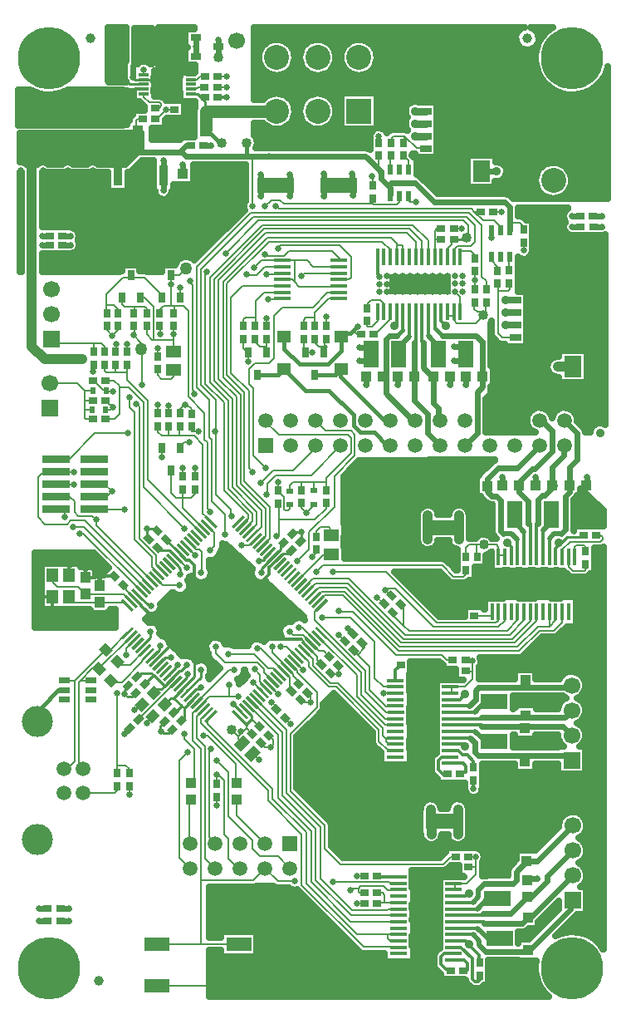
<source format=gbr>
G04 DipTrace 2.4.0.2*
%INTop.gbr*%
%MOIN*%
%ADD10C,0.01*%
%ADD13C,0.008*%
%ADD14C,0.024*%
%ADD15C,0.012*%
%ADD16C,0.016*%
%ADD17C,0.039*%
%ADD18C,0.011*%
%ADD19C,0.08*%
%ADD20C,0.03*%
%ADD21C,0.028*%
%ADD22C,0.05*%
%ADD23C,0.02*%
%ADD24C,0.022*%
%ADD25C,0.007*%
%ADD27C,0.025*%
%ADD28C,0.013*%
%ADD32R,0.0512X0.0591*%
%ADD33R,0.0433X0.0394*%
%ADD34R,0.0394X0.0433*%
%ADD35R,0.0354X0.0276*%
%ADD36R,0.0276X0.0354*%
%ADD37R,0.15X0.06*%
%ADD39R,0.0413X0.0256*%
%ADD40R,0.06X0.05*%
%ADD41R,0.085X0.07*%
%ADD42R,0.07X0.085*%
%ADD43R,0.0551X0.0472*%
%ADD44R,0.0276X0.0236*%
%ADD45R,0.0236X0.0276*%
%ADD46C,0.0394*%
%ADD47R,0.1X0.1*%
%ADD48C,0.1*%
%ADD49C,0.059*%
%ADD50C,0.125*%
%ADD51R,0.0591X0.0591*%
%ADD52C,0.0591*%
%ADD53R,0.0669X0.0669*%
%ADD54C,0.0669*%
%ADD55C,0.25*%
%ADD56R,0.0453X0.0276*%
%ADD57R,0.1791X0.1654*%
%ADD58R,0.0256X0.0413*%
%ADD59R,0.063X0.1063*%
%ADD60R,0.1063X0.063*%
%ADD61R,0.1X0.056*%
%ADD62C,0.04*%
%ADD64R,0.065X0.012*%
%ADD65R,0.08X0.25*%
%ADD66R,0.012X0.065*%
%ADD67R,0.25X0.08*%
%ADD68R,0.04X0.012*%
%ADD69R,0.075X0.068*%
%ADD70R,0.0374X0.0846*%
%ADD71R,0.128X0.0846*%
%ADD72R,0.0709X0.0157*%
%ADD73R,0.0236X0.0433*%
%ADD75R,0.0472X0.0551*%
%ADD76C,0.035*%
%FSLAX44Y44*%
G04*
G70*
G90*
G75*
G01*
%LNTop*%
%LPD*%
X9191Y39506D2*
D13*
X8986D1*
X8930Y39450D1*
Y39090D1*
X8990Y39030D1*
X5850Y38191D2*
D14*
X8209D1*
X10759D1*
X10947Y38003D1*
X13380D1*
X13590D1*
X14253D1*
X18147D1*
X18750Y37400D1*
Y37110D1*
X19120Y36740D1*
Y36470D1*
D15*
X19150D1*
Y36943D1*
D14*
X20117D1*
X20890Y36170D1*
X23740D1*
X23935Y35975D1*
Y35360D1*
Y35030D1*
Y35360D2*
D13*
X24340D1*
X24480Y35220D1*
Y35070D1*
X24490D1*
X8209Y37250D2*
D14*
Y38191D1*
X11130Y38440D2*
X10920D1*
X10759Y38279D1*
Y38191D1*
X13380Y38560D2*
D16*
Y38003D1*
X8990Y39030D2*
D13*
X8530D1*
X8209Y38709D1*
Y38191D1*
X17073Y33830D2*
X17180D1*
X16790Y34220D1*
X15060D1*
X14860Y34020D1*
X14160D1*
X14100Y34080D1*
X13590Y36010D2*
Y38003D1*
X18680Y38030D2*
Y37359D1*
X18750Y37289D1*
D14*
Y37400D1*
X19120Y36470D2*
D13*
Y36420D1*
X5850Y38191D2*
D17*
X4740D1*
Y30390D1*
X5260Y29870D1*
X6760D1*
X14429Y21958D2*
D18*
X13950Y21480D1*
Y21300D1*
X10980Y21509D2*
D13*
X10531Y21958D1*
X9139Y18339D2*
Y18354D1*
D18*
X9503Y18718D1*
Y18940D1*
X15960Y18478D2*
D13*
X15623Y18815D1*
X15240D1*
X15095Y18960D1*
X10970Y17600D2*
D18*
X10732Y17362D1*
X10668D1*
X10392Y17087D1*
X10949Y16530D2*
X11520Y17101D1*
Y17410D1*
X15100Y24030D2*
D13*
Y23870D1*
X15040Y23810D1*
X14930D1*
X14880Y23860D1*
Y24330D1*
X14608Y24602D1*
X14630D1*
X18101Y8465D2*
X17897D1*
X17850Y8511D1*
Y8658D1*
X17927Y8735D1*
X18877D1*
X19027Y8585D1*
X19463D1*
X19474Y8596D1*
X9350Y31198D2*
Y30878D1*
X9570Y30658D1*
X9630D1*
Y30630D1*
X10420D1*
Y30870D1*
Y31206D1*
X21431Y33973D2*
Y34311D1*
X21600Y34480D1*
Y34578D1*
X21692Y34670D1*
X14620Y24602D2*
Y24940D1*
X10392Y17087D2*
D18*
X10053Y16748D1*
X9945Y16640D1*
X9790D1*
X9640Y16490D1*
X10053Y16748D2*
D13*
Y16777D1*
D18*
X9625Y17205D1*
X9280Y16860D1*
X8960Y17150D2*
D13*
X8980D1*
D18*
X9120Y17290D1*
X9540D1*
X9625Y17205D1*
X8460Y14840D2*
D13*
X8700Y15080D1*
X8670D1*
X16680Y17960D2*
X16470Y18170D1*
X16268D1*
X15960Y18478D1*
X14429Y21958D2*
D18*
X14730Y22260D1*
Y22400D1*
X14850Y22520D1*
X9790Y22310D2*
X9840D1*
X9940Y22210D1*
X10279D1*
X10531Y21958D1*
X10230Y28020D2*
D13*
Y27696D1*
X10240D1*
X7184Y29020D2*
X7220D1*
X7610Y28630D1*
X7739D1*
X7741Y28628D1*
X9098Y32330D2*
X9280D1*
X9630Y31980D1*
Y30658D1*
X15920Y16100D2*
X15650D1*
X15530Y16220D1*
X15920Y16100D2*
Y16460D1*
X15840D1*
X15810Y16490D1*
X19349Y16481D2*
X18860D1*
X10800Y25162D2*
X10810D1*
Y25520D1*
X8110Y30164D2*
X8130D1*
Y30473D1*
X8003Y28565D2*
X7804D1*
X7741Y28628D1*
X13608Y14052D2*
X13860Y13800D1*
X14912Y15488D2*
X14892D1*
X15130Y15250D1*
X17850Y8658D2*
X17618D1*
X17530Y8570D1*
X17638Y18872D2*
X17430Y19080D1*
X22200Y34730D2*
Y34660D1*
X21682D1*
X21692Y34670D1*
X7250Y23860D2*
X8450D1*
X8460Y23850D1*
X19188Y20402D2*
Y20362D1*
X18940Y20610D1*
Y20670D1*
X19340D1*
X20870Y19140D1*
X23480D1*
X23720Y19380D1*
Y19739D1*
X23729Y19747D1*
X10440Y30190D2*
X10420D1*
Y30630D1*
X9114Y37250D2*
D14*
Y36440D1*
Y36190D1*
Y34967D1*
X10815Y36628D2*
Y36377D1*
X10628Y36190D1*
X9114D1*
Y36440D2*
D13*
X9190D1*
X12517Y34128D2*
X13820Y35430D1*
X22060D1*
X22260Y35230D1*
Y34772D1*
X22158Y34670D1*
X21692D1*
X7696Y29020D2*
X8048D1*
X8260Y28808D1*
Y28760D1*
X8620D1*
X9220Y28160D1*
Y24740D1*
X10870Y23090D1*
X12130Y18330D2*
Y18070D1*
X12500Y17700D1*
X13790D1*
X14050Y17440D1*
Y17326D1*
X14429Y16947D1*
X8260Y28760D2*
Y27670D1*
X8070Y27480D1*
X7696D1*
X21185Y37420D2*
D14*
Y38151D1*
X21425Y38392D1*
D13*
X21738Y38705D1*
X22050Y39017D1*
X22102Y39069D1*
D14*
X22378D1*
X23440D1*
X24440D1*
X25631D1*
X25690Y39010D1*
X22115Y39063D2*
D13*
X22070Y39017D1*
X22050D1*
X21802Y38750D2*
X21757Y38705D1*
X21738D1*
X21490Y38437D2*
X21445Y38392D1*
X21425D1*
X22428Y39063D2*
D19*
X22378Y39069D1*
X22440Y40440D2*
D13*
Y39700D1*
X22428Y39688D1*
X21440Y40440D2*
X22440D1*
X23440D1*
X24440D1*
X25440D1*
X26440D1*
X27440D1*
X21440D2*
X20440D1*
X19440D1*
Y39440D1*
X20730Y37880D2*
Y37875D1*
X21185Y37420D1*
X21440Y36510D2*
Y37165D1*
X21185Y37420D1*
X21940Y37440D2*
X21205D1*
X21185Y37420D1*
X22440Y36500D2*
X21440D1*
Y36510D1*
X22440Y36500D2*
X23440D1*
X24440D1*
Y36440D1*
X25253D1*
X25315Y36378D1*
X26378D1*
X26440Y36440D1*
X27440D1*
X23440Y38440D2*
Y39069D1*
X24440Y38440D2*
Y39069D1*
X25440Y38440D2*
Y38760D1*
X25690Y39010D1*
X24440Y37440D2*
Y38440D1*
Y37440D2*
X25065D1*
X25315Y37690D1*
X26190D1*
X26440Y37440D1*
X27440D1*
X25440Y38440D2*
X26440D1*
X27440D1*
X25440Y39440D2*
X27440D1*
X22440Y40440D2*
Y41440D1*
Y42440D1*
Y41440D2*
X21440D1*
X20440D1*
X19440D1*
X22440Y42440D2*
X21440D1*
X20440D1*
X19440D1*
X22440Y41440D2*
X23440D1*
X24440D1*
X22440Y42440D2*
X23440D1*
Y39440D2*
Y38440D1*
X24440Y39440D2*
Y38440D1*
X26440Y39440D2*
X25440D1*
X9790Y27184D2*
Y26960D1*
X9950Y26800D1*
X10240D1*
X10670D1*
Y27164D1*
X10690Y27184D1*
X10240D2*
Y26800D1*
X11923Y23350D2*
X11940D1*
X11750Y23540D1*
Y23530D1*
X11590Y23690D1*
Y26460D1*
X11250Y26800D1*
X10670D1*
X8560Y29653D2*
Y29329D1*
Y29050D1*
X9400Y28210D1*
Y25038D1*
X11505Y22933D1*
X8560Y29329D2*
X8110D1*
X7734D1*
X7660Y29403D1*
Y29653D1*
X8110D2*
Y29329D1*
X10800Y24650D2*
X10810Y24640D1*
Y24321D1*
Y23907D1*
X11645Y23072D1*
X10810Y24321D2*
X11141D1*
X11310Y24490D1*
Y24660D1*
X10326Y25404D2*
Y24504D1*
X10520Y24310D1*
X10867D1*
X11141Y24321D1*
X17073Y33318D2*
X15658D1*
X15550Y33210D1*
X11090Y33020D2*
Y32950D1*
X11190Y32850D1*
Y28630D1*
X11280Y28540D1*
Y28480D1*
X8940Y28080D2*
X9050Y27970D1*
Y22680D1*
X9720Y22010D1*
Y21656D1*
X9974Y21402D1*
X13176Y23211D2*
X13430Y23465D1*
Y23640D1*
X12450Y24620D1*
Y28150D1*
X11710Y28890D1*
Y33320D1*
X11780Y33390D1*
X13350Y33270D2*
Y33260D1*
X13760D1*
X14090Y33590D1*
X14806D1*
X14790Y33574D1*
Y32806D2*
X13186D1*
X12740Y32360D1*
Y29310D1*
X13450Y28600D1*
Y25510D1*
X13600Y25360D1*
X12880Y17410D2*
X12664D1*
X11366Y16112D1*
X14289Y16808D2*
X14637Y16460D1*
X14140Y25500D2*
X13630Y26010D1*
Y28720D1*
X13470Y28880D1*
Y29470D1*
X13710Y29710D1*
X14250D1*
X14450Y29910D1*
Y31610D1*
X14800Y31960D1*
X16030D1*
X16610Y32540D1*
X17063D1*
X17073Y32550D1*
X13733Y22654D2*
X13724D1*
X13480Y22410D1*
X13160D1*
X12170Y13200D2*
Y12832D1*
X12180D1*
X13110Y9450D2*
X13020D1*
X12620Y9850D1*
Y10650D1*
X12460Y10810D1*
Y12980D1*
X12240Y13200D1*
X12170D1*
X14630Y24090D2*
Y24070D1*
X14650Y24050D1*
Y23440D1*
X16110D1*
X16555Y23885D1*
Y24096D1*
X14650Y23440D2*
Y22850D1*
X14580Y22780D1*
X13645Y16905D2*
X14020Y16530D1*
X14011D1*
X15100Y24581D2*
Y24800D1*
X15230Y24930D1*
X15555D1*
X16055D1*
X16555D1*
Y24608D1*
X16055D2*
Y24930D1*
X15555Y24619D2*
Y24930D1*
X14130Y27420D2*
X14080D1*
X14660Y26840D1*
X17420D1*
X17550Y26710D1*
Y26100D1*
X16550Y25100D1*
Y24912D1*
X16555Y24930D1*
X24855Y29570D2*
D20*
X25050D1*
Y30190D1*
Y32114D1*
D13*
X25087Y32151D1*
X25440Y32690D2*
Y31745D1*
X25695Y31490D1*
X24440Y32690D2*
X25440D1*
X26440D1*
X27440D1*
X25440D2*
Y33690D1*
X24410D1*
X25440D2*
X26440D1*
X27440D1*
Y31690D2*
X25895D1*
X25695Y31490D1*
X27440Y30690D2*
X26235D1*
X25712Y31213D1*
X25440Y30190D2*
X26315D1*
X26440Y30315D1*
X24440Y30190D2*
X23690D1*
X23440Y30440D1*
X24440Y30190D2*
X23940D1*
X23440Y29690D1*
X24190Y29190D2*
X24475D1*
X24855Y29570D1*
X23627Y28190D2*
X24530D1*
X25590D2*
X26600D1*
X27190D1*
X27440Y27940D1*
Y28815D1*
Y29690D1*
Y30690D1*
X25440Y33690D2*
Y34690D1*
Y35690D1*
X24440D1*
X25440Y34690D2*
X26440D1*
X27440D1*
X25087Y30901D2*
Y31213D1*
X25399Y31526D2*
X25712D1*
X25440Y30190D2*
X25050D1*
X24440D1*
X24130Y27420D2*
Y27790D1*
X24530Y28190D1*
Y28405D1*
X24815Y28690D1*
Y29610D1*
X24855Y29570D1*
X23130Y27420D2*
Y27693D1*
X23627Y28190D1*
X23130Y27420D2*
X24130D1*
X24530Y28190D2*
X25590D1*
X23627D2*
Y29190D1*
Y29503D1*
X23440Y29690D1*
X24190Y29190D2*
X23627D1*
X13793Y29234D2*
D16*
X14642D1*
X14877Y29470D1*
X19130Y26420D2*
X19000D1*
X18490Y26930D1*
X17930D1*
X17660Y27200D1*
Y27640D1*
X16680Y28620D1*
X15728D1*
X14877Y29470D1*
X16100Y29237D2*
X16946D1*
X17180Y29471D1*
X19130Y27420D2*
X18910D1*
X17140Y29190D1*
Y29431D1*
X17180Y29471D1*
X14150Y16669D2*
D13*
Y16690D1*
X13900Y16940D1*
Y17220D1*
X13690Y17430D1*
X13920Y24910D2*
X14430Y25420D1*
X15230D1*
X16230Y26420D1*
X16130D1*
X14985Y17504D2*
X14966D1*
X15230Y17240D1*
Y17190D1*
X15568Y16852D1*
X15448D1*
X14985Y17504D2*
X14390Y18099D1*
Y18340D1*
X15400Y21770D2*
X15410D1*
X15880Y22240D1*
Y22950D1*
X16890Y23960D1*
Y25190D1*
X17710Y26010D1*
Y26840D1*
X17550Y27000D1*
X16540D1*
X16130Y27410D1*
Y27420D1*
X14846Y17365D2*
X14835D1*
X15090Y17110D1*
Y16660D1*
X15168Y16582D1*
X17130Y26420D2*
Y26400D1*
X15950Y25220D1*
X14540D1*
X14200Y24880D1*
Y24460D1*
X14180Y24440D1*
X13800Y18270D2*
X13941D1*
X14846Y17365D1*
X13176Y15695D2*
D18*
X12830Y16040D1*
X10585Y17625D2*
D13*
X10510Y17550D1*
D18*
Y17483D1*
X10253Y17226D1*
X10392Y21819D2*
Y21808D1*
X10710Y21490D1*
Y21250D1*
X9000Y20427D2*
D13*
X9011D1*
D18*
X9404Y20035D1*
D13*
X9479D1*
X9529Y19985D1*
X15555Y24108D2*
Y23905D1*
X15750Y23710D1*
X13860Y21790D2*
Y21825D1*
D18*
X14017D1*
X14289Y22097D1*
X7480Y20782D2*
D13*
Y21120D1*
X16099Y18618D2*
X15607Y19110D1*
X15460D1*
X6900Y21122D2*
X6910D1*
Y21490D1*
X6252Y21628D2*
Y21201D1*
X6249Y21197D1*
X5580Y20331D2*
X5565D1*
Y19878D1*
X24160Y32240D2*
D21*
X23780D1*
Y31240D2*
X24158D1*
X21659Y9108D2*
D13*
X21315D1*
X20914D1*
X20863Y9057D1*
X21771Y9495D2*
X21432D1*
X21315Y9378D1*
Y9108D1*
X19477Y5785D2*
D15*
X20178D1*
X20253Y5710D1*
X21534Y16993D2*
D13*
X21052D1*
X20757D1*
X20738Y17012D1*
X19352Y13670D2*
D15*
X20128D1*
Y13665D1*
X21646Y17380D2*
D13*
X21322D1*
X21052Y17110D1*
Y16993D1*
X18620Y33970D2*
D15*
Y33270D1*
X18695Y33194D1*
X9770Y4735D2*
D13*
X12430D1*
X13060D1*
X18101Y8035D2*
X17785D1*
X17790Y9150D2*
X18096D1*
X18101Y9155D1*
X12231Y42401D2*
D14*
Y42679D1*
X10982Y39890D2*
D13*
Y39870D1*
X11280D1*
X9237Y41094D2*
D18*
X9879D1*
D13*
X9985D1*
X10182Y40896D1*
X10997Y39128D2*
Y39220D1*
D14*
X10330D1*
Y38750D2*
X9939D1*
X9659Y39030D1*
X20567Y39819D2*
D20*
X20141D1*
Y39319D2*
X20565D1*
Y38819D2*
Y38810D1*
X20141D1*
X10330Y38750D2*
D14*
X10420D1*
D13*
X10798Y39128D1*
X10997D1*
X11127Y41290D2*
X10576D1*
X10429Y41143D1*
X10182Y40896D1*
X9237Y41094D2*
D18*
X8911D1*
X8815Y41190D1*
D14*
Y41645D1*
X9200Y42030D1*
Y42264D1*
X9256Y42320D1*
X11127Y41290D2*
D13*
X11128D1*
Y41503D1*
X12202Y41207D2*
X12570D1*
X23187Y35030D2*
Y34733D1*
X20180Y36170D2*
X19930D1*
X19868Y36232D1*
Y36420D1*
X24490Y34230D2*
Y34558D1*
X22520Y33398D2*
Y33060D1*
X21943Y31787D2*
Y32387D1*
X21747Y32582D1*
X22520Y32672D2*
Y33060D1*
X21525Y28830D2*
D14*
Y29190D1*
X19425D2*
Y28830D1*
X18155D2*
Y29190D1*
X24158Y31740D2*
D21*
X23780Y31730D1*
X22610Y21070D2*
D13*
X22580D1*
Y21378D1*
X22620Y21418D1*
X23217Y21933D2*
Y21128D1*
Y21013D1*
X23390Y20840D1*
X23628D1*
X23940D1*
X24253D1*
X24565D1*
X24802D1*
X24840D1*
X26540Y19750D2*
Y20503D1*
Y20650D1*
X26408Y20782D1*
X26360Y20830D1*
X26128D1*
X25815D1*
X25503D1*
X25190D1*
X24850D1*
X24840Y20840D1*
X13248Y30684D2*
Y30312D1*
X13419Y30140D1*
X15650Y30684D2*
Y30219D1*
X15726Y30143D1*
X15750Y23710D2*
X16050Y24010D1*
Y24051D1*
X16055Y24056D1*
X5962Y34820D2*
D14*
X6290D1*
Y34450D2*
X5970D1*
X18280Y23610D2*
D17*
Y23107D1*
D13*
X18773D1*
X18280Y22590D2*
X18260D1*
D17*
Y23107D1*
D13*
X18773D1*
X19330D1*
D17*
Y22640D1*
X18773Y23107D2*
D13*
X19300D1*
D17*
Y23610D1*
D13*
X19310D1*
X18773Y11327D2*
X19320D1*
D17*
Y11850D1*
X18220Y11800D2*
Y11327D1*
D13*
X18773D1*
Y11260D1*
X18210D1*
D17*
Y10850D1*
D13*
X18200D1*
X19300D2*
D17*
Y11230D1*
D13*
X18870D1*
X18773Y11327D1*
X10670Y16808D2*
D18*
X10960Y17098D1*
D13*
Y17210D1*
X11000Y17250D1*
X11088Y16391D2*
D18*
X11347Y16650D1*
X11450D1*
D13*
X11520Y16720D1*
X9835Y17643D2*
D18*
X10112Y17920D1*
X10320D1*
X9557Y17922D2*
D13*
Y17927D1*
D18*
X9850Y18220D1*
Y18340D1*
D13*
X9900Y18390D1*
X8598Y16788D2*
Y16748D1*
D18*
X8470Y16620D1*
Y16440D1*
D13*
X8480Y16430D1*
X8918Y16498D2*
D18*
X8780Y16360D1*
X8550D1*
D13*
X8480Y16430D1*
X9167Y16017D2*
X9067D1*
D18*
X8850Y15800D1*
X9370Y15270D2*
Y15340D1*
X9597Y15567D1*
X10078Y15348D2*
X9890Y15160D1*
Y14980D1*
D13*
X9930Y14940D1*
X10388Y15028D2*
D18*
X10230Y14870D1*
X10000D1*
D13*
X9930Y14940D1*
X9778Y23002D2*
D18*
Y23080D1*
X9380D1*
X7480Y21120D2*
D13*
X7570D1*
X7632Y21182D1*
X8058D1*
X15532Y22572D2*
X15570D1*
D18*
Y22950D1*
X16732Y17288D2*
D13*
Y17240D1*
X17060D1*
X22351Y24790D2*
D14*
Y25130D1*
X27020Y25150D2*
Y24810D1*
D13*
X27009D1*
X23017Y23630D2*
X23230D1*
X22830Y24030D1*
D14*
X22550D1*
X26691Y23630D2*
D13*
X26700D1*
D14*
Y24290D1*
X22580Y23230D2*
X22920D1*
D13*
X23017Y23327D1*
Y23630D1*
X22181Y30085D2*
X22345D1*
X22050Y30380D1*
D14*
X21700D1*
Y29810D2*
X21906D1*
D13*
X22181Y30085D1*
X18379D2*
X18625D1*
X18360Y30350D1*
D14*
X17900D1*
Y29820D2*
X18114D1*
D13*
X18379Y30085D1*
X17060Y17240D2*
Y17580D1*
X17042Y17598D1*
X15212Y22882D2*
X15280Y22950D1*
D18*
X15570D1*
X11150Y27180D2*
D13*
Y26980D1*
X11430D1*
X9952Y26310D2*
X9950D1*
Y25930D1*
X7220Y29653D2*
X7210D1*
Y29370D1*
X8560Y30473D2*
Y30164D1*
X9790Y27696D2*
X9800D1*
Y28030D1*
X7990Y27950D2*
Y28040D1*
X7862D1*
X7702Y28200D1*
X7716Y27860D2*
X7900D1*
X7990Y27950D1*
X14790Y32295D2*
Y32280D1*
X14230D1*
X10690Y32750D2*
Y32330D1*
X10698D1*
X9880Y31196D2*
X9890D1*
Y30888D1*
X17310Y18570D2*
X17070Y18810D1*
X20426Y17610D2*
Y17620D1*
X20082D1*
X20062Y17600D1*
X13940Y14490D2*
Y14470D1*
X14110Y14300D1*
X14310D1*
X14320Y14310D1*
X14250Y14790D2*
X14430Y14610D1*
Y14420D1*
X14320Y14310D1*
X12180Y12320D2*
Y11970D1*
X5885Y7830D2*
D14*
X6230D1*
Y7340D2*
X5887D1*
X24878Y20815D2*
D13*
X24802D1*
Y20840D1*
X25190Y20815D2*
Y20830D1*
X25503Y20815D2*
Y20830D1*
X25815Y20815D2*
Y20830D1*
X26128Y20815D2*
Y20830D1*
X26440Y20815D2*
X26408Y20782D1*
X24565Y20815D2*
Y20840D1*
X24253Y20815D2*
Y20840D1*
X23940Y20815D2*
Y20840D1*
X23628Y20815D2*
Y20840D1*
X23315Y20815D2*
X23340Y20840D1*
X23390D1*
X23315Y21128D2*
X23217D1*
X26440Y20503D2*
X26540D1*
X24555Y17664D2*
D14*
Y17690D1*
X24878D1*
Y16270D2*
X24591D1*
D13*
X24575Y16254D1*
X24545Y14396D2*
D14*
X24878D1*
Y13050D2*
X24561D1*
D13*
X24545Y13066D1*
X23312Y13429D2*
X23229D1*
X22920Y13120D1*
D14*
Y12960D1*
X23670Y12930D2*
Y13430D1*
D13*
X23313D1*
X23312Y13429D1*
Y17231D2*
X22930D1*
D14*
Y17690D1*
X23690Y17700D2*
Y17340D1*
D13*
X23770Y17260D1*
Y17140D1*
X23403D1*
X23312Y17231D1*
X24615Y10399D2*
D14*
X24950D1*
X25040Y9030D2*
X24696D1*
D13*
X24645Y8979D1*
X24680Y5508D2*
D14*
X24290D1*
X24950Y6970D2*
D13*
X24870D1*
D14*
X24680Y6780D1*
D13*
Y6798D1*
X24667Y6811D1*
X23437Y9346D2*
X23820D1*
D14*
Y9800D1*
X23050Y9780D2*
Y9690D1*
D13*
X23093D1*
X23437Y9346D1*
X10191Y40882D2*
Y40888D1*
X10504Y41194D2*
X10453Y41143D1*
X10429D1*
X9879Y41194D2*
Y41094D1*
X9380Y23080D2*
D18*
X9360Y23060D1*
Y22740D1*
X9428Y22672D1*
X11310Y25172D2*
D13*
Y25520D1*
X7250Y24860D2*
X7680D1*
X7960Y24580D1*
X7250Y24360D2*
X7730D1*
X7920Y24550D1*
Y24540D1*
X7960Y24580D1*
X26691Y23630D2*
X26510D1*
D14*
Y22990D1*
X24290Y5508D2*
D17*
X23552D1*
D13*
X23517Y5544D1*
X18880Y20080D2*
X18850D1*
X18580Y20350D1*
Y20280D1*
X18610Y20310D1*
X23270Y35790D2*
X23590D1*
X22004Y19576D2*
X21636D1*
X21620Y19560D1*
X9790Y29982D2*
Y30320D1*
X12240Y41980D2*
D14*
Y42391D1*
D13*
X12231Y42401D1*
X26767Y35625D2*
D14*
X26442D1*
Y35185D2*
X26776D1*
X24970Y24800D2*
Y25150D1*
X22175Y29190D2*
Y28830D1*
X23640Y24800D2*
Y25160D1*
X8650Y12758D2*
D13*
Y12410D1*
X13419Y30140D2*
Y29790D1*
X14178Y31196D2*
X14160D1*
Y31520D1*
X16550Y31580D2*
Y31176D1*
X16570Y31196D1*
X12430Y5920D2*
Y4735D1*
X21690Y35100D2*
X22010D1*
X14528Y36845D2*
Y36840D1*
X14140D1*
X13920Y37060D1*
D14*
Y37270D1*
X15090D2*
Y36930D1*
D13*
X14613D1*
X14528Y36845D1*
X8210Y31198D2*
Y31058D1*
X7980Y30828D1*
X7750Y31206D2*
Y31058D1*
X7980Y30828D1*
X10020Y37250D2*
D14*
Y36630D1*
Y37830D2*
Y37250D1*
X14528Y36845D2*
D13*
X14025D1*
X13930Y36750D1*
D14*
Y36420D1*
X15090Y36410D2*
Y36770D1*
D13*
X14602D1*
X14528Y36845D1*
X11642Y38440D2*
D3*
D14*
X11940D1*
X18430Y36840D2*
D13*
Y37070D1*
X18350Y37150D1*
X18400Y37200D1*
X18680Y38542D2*
Y38820D1*
X10815Y37297D2*
D14*
Y37690D1*
X16010Y30143D2*
D13*
X15726D1*
X16170Y22248D2*
Y22100D1*
X16000Y21930D1*
X12202Y40370D2*
D15*
X12579D1*
X5450Y34820D2*
D14*
X5150D1*
Y34450D2*
X5458D1*
X5373Y7830D2*
X5030D1*
X5040Y7360D2*
X5355D1*
D13*
X5375Y7340D1*
X6044Y16610D2*
X5810D1*
D16*
X5120Y15920D1*
D13*
Y15497D1*
X4961Y15338D1*
X27279Y35625D2*
D14*
X27625D1*
X27287Y35185D2*
X27627Y35190D1*
X11645Y15834D2*
D13*
Y15825D1*
X11360Y15540D1*
Y14670D1*
X11690Y14340D1*
Y9850D1*
X12090Y9450D1*
X12110D1*
X5707Y24360D2*
X6260D1*
X6450Y24170D1*
Y23730D1*
X6590Y23590D1*
X7160D1*
X7320Y23430D1*
Y23221D1*
X9557Y20984D1*
X9418Y20845D2*
X6852Y23410D1*
X6300D1*
X6150Y23260D1*
X5260D1*
X4990Y23530D1*
Y25140D1*
X5160Y25310D1*
X5657D1*
X5707Y25360D1*
X6440Y25350D2*
X5717D1*
X5707Y25360D1*
X9278Y20706D2*
X6834Y23150D1*
X6390D1*
X6420Y24850D2*
X5707D1*
Y24860D1*
X19477Y7825D2*
X19055D1*
X19000Y7770D1*
X17600D1*
X16320Y9050D1*
Y11110D1*
X14960Y12470D1*
Y15024D1*
X13733Y16251D1*
X19474Y7572D2*
X17558D1*
X16140Y8990D1*
Y11030D1*
X14790Y12380D1*
Y14916D1*
X13593Y16112D1*
X19474Y6549D2*
X19131D1*
X19020Y6660D1*
Y6810D1*
X19469D1*
X19474Y6805D1*
X19020Y6810D2*
X17800D1*
X15760Y8850D1*
Y10900D1*
X14410Y12250D1*
Y12640D1*
X11790Y15260D1*
Y15422D1*
X11923Y15555D1*
X11784Y15695D2*
X11540Y15451D1*
Y15270D1*
X14230Y12580D1*
Y12170D1*
X15580Y10820D1*
Y8790D1*
X18070Y6300D1*
X19430D1*
X19437Y6293D1*
X19474D1*
Y7316D2*
X17544D1*
X15950Y8910D1*
Y10960D1*
X14620Y12290D1*
Y14807D1*
X13454Y15973D1*
X21771Y9925D2*
X21550D1*
X21252Y9628D1*
X17127D1*
X16510Y10245D1*
Y11170D1*
X15120Y12560D1*
Y14840D1*
X16190Y15910D1*
Y16510D1*
X15400Y17300D1*
Y17368D1*
X15125Y17643D1*
X19352Y15710D2*
X18970D1*
X18130Y16550D1*
Y17390D1*
X16110Y19410D1*
Y19742D1*
X16377Y20010D1*
X19349Y15457D2*
X18923D1*
X17960Y16420D1*
Y17313D1*
X16377Y18896D1*
X19349Y14434D2*
X19066D1*
X18950Y14550D1*
Y14690D1*
X19349D1*
X18940D2*
X18840Y14790D1*
Y15070D1*
X17020Y16890D1*
X16730D1*
X16030Y17590D1*
Y17851D1*
X15681Y18200D1*
X15542Y18061D2*
X15549D1*
X15860Y17750D1*
Y17530D1*
X16660Y16730D1*
X16950D1*
X18680Y15000D1*
Y14540D1*
X19050Y14170D1*
X19341D1*
X19349Y14178D1*
Y15201D2*
X18939D1*
X17800Y16340D1*
Y17195D1*
X16238Y18757D1*
X15264Y17782D2*
X15278D1*
X15640Y17420D1*
X17050Y19770D2*
Y19740D1*
X17640D1*
X19370Y18010D1*
X21200D1*
X21400Y17810D1*
X21656D1*
X21646Y17800D1*
X26340Y24810D2*
X26320D1*
D14*
Y24530D1*
X26160Y24370D1*
Y23050D1*
X25990Y22880D1*
D23*
X25710D1*
X25520Y22690D1*
D15*
Y21933D1*
X26340Y24810D2*
D14*
Y25550D1*
X26640Y25850D1*
Y26910D1*
X26130Y27420D1*
X25639Y24800D2*
D13*
X25720D1*
D14*
X25330Y24410D1*
X25240D1*
X25060Y24230D1*
Y23280D1*
D13*
X25008D1*
D15*
Y21933D1*
X25639Y24800D2*
D14*
Y25539D1*
X26100Y26000D1*
Y26420D1*
X26130D1*
X23020Y24790D2*
D13*
Y24580D1*
D14*
X23210Y24390D1*
X23390D1*
X23580Y24200D1*
Y22980D1*
X23680Y22880D1*
D23*
X24010D1*
X24241Y22649D1*
D15*
Y21933D1*
X23020Y24790D2*
D14*
Y25070D1*
X23460Y25510D1*
X24220D1*
X25130Y26420D1*
X24309Y24800D2*
D13*
X24310D1*
D14*
Y24560D1*
X24680Y24190D1*
Y23280D1*
D13*
X24753D1*
D15*
Y21933D1*
X25130Y27420D2*
D14*
X25210D1*
X25628Y27003D1*
Y26190D1*
X24918Y25480D1*
X24830D1*
X24309Y24959D1*
Y24800D1*
X24500Y19750D2*
D13*
Y19400D1*
X23920Y18820D1*
X19730D1*
X17480Y21070D1*
X16046D1*
X15681Y20706D1*
X15821Y20566D2*
X16144Y20890D1*
X17430D1*
X19660Y18660D1*
X24020D1*
X24753Y19393D1*
Y19747D1*
X25776D2*
Y19406D1*
X25520Y19150D1*
X25050D1*
X24240Y18340D1*
X19510D1*
X17290Y20560D1*
X16371D1*
X16099Y20288D1*
X25520Y19747D2*
Y19150D1*
X26032Y19747D2*
Y19322D1*
X25700Y18990D1*
X25120D1*
X24300Y18170D1*
X19450D1*
X17220Y20400D1*
X16489D1*
X16238Y20149D1*
X25008Y19747D2*
Y19388D1*
X24120Y18500D1*
X19580D1*
X17360Y20720D1*
X16253D1*
X15960Y20427D1*
X22170Y21418D2*
Y21250D1*
X22080Y21160D1*
X21680D1*
X21230Y21610D1*
X16430D1*
X16150Y21330D1*
X14740Y18350D2*
X14975D1*
X15403Y17922D1*
X19640Y31787D2*
D15*
Y31060D1*
D16*
X19390Y30810D1*
D14*
X19090D1*
X18960Y30680D1*
Y29273D1*
Y28500D1*
X20040Y27420D1*
D15*
X20130D1*
X18825Y29190D2*
D13*
X18877D1*
X18960Y29273D1*
X20095Y29190D2*
D14*
Y30550D1*
D15*
X20152D1*
Y31787D1*
X20095Y29190D2*
D14*
Y28225D1*
X20630Y27690D1*
Y26920D1*
X21130Y26420D1*
X22845Y29190D2*
D13*
X22820D1*
D14*
Y30570D1*
X22570Y30820D1*
X21220D1*
D16*
X20919Y31121D1*
D15*
Y31787D1*
X22845Y29190D2*
D14*
Y28765D1*
X22630Y28550D1*
Y26920D1*
X22130Y26420D1*
X20855Y29190D2*
D13*
X20800D1*
D14*
X20460Y29530D1*
Y30540D1*
D15*
X20407Y30593D1*
Y31787D1*
X20855Y29190D2*
D14*
Y28125D1*
X21070Y27910D1*
Y27420D1*
X21130D1*
X20660Y33970D2*
D13*
Y34630D1*
X20030Y35260D1*
X14000D1*
X11890Y33150D1*
Y28940D1*
X12620Y28210D1*
Y24680D1*
X13610Y23690D1*
Y23367D1*
X13315Y23072D1*
X13454Y22933D2*
X13780Y23258D1*
Y23750D1*
X12790Y24740D1*
Y28280D1*
X12060Y29010D1*
Y33090D1*
X14070Y35100D1*
X19910D1*
X20400Y34610D1*
Y33980D1*
X20407Y33973D1*
X19384D2*
Y34460D1*
X19600D1*
X19640Y34420D1*
Y33973D1*
X13872Y22515D2*
Y22532D1*
X14130Y22790D1*
Y23880D1*
X13120Y24890D1*
Y28460D1*
X12420Y29160D1*
Y32980D1*
X14200Y34760D1*
X19150D1*
X19384Y34526D1*
Y34460D1*
X19128Y33973D2*
Y34272D1*
X18810Y34590D1*
X14260D1*
X12580Y32910D1*
Y29230D1*
X13280Y28530D1*
Y24980D1*
X14310Y23950D1*
Y22675D1*
X14011Y22376D1*
X20152Y33973D2*
Y34588D1*
X19810Y34930D1*
X14140D1*
X12240Y33030D1*
Y29090D1*
X12950Y28380D1*
Y24820D1*
X13960Y23810D1*
Y23160D1*
X13593Y22793D1*
X22990Y32672D2*
Y33015D1*
X22815Y33190D1*
Y35245D1*
X22310Y35750D1*
X13540D1*
X11360Y33570D1*
Y28750D1*
X11860Y28250D1*
Y26740D1*
X11970Y26630D1*
Y24170D1*
X12500Y23640D1*
Y22840D1*
X12630Y18060D2*
X13670D1*
X14239Y17491D1*
X14442D1*
X14707Y17226D1*
X17073Y32295D2*
X16675D1*
X16110Y31730D1*
Y31540D1*
Y31196D1*
X15650D2*
Y31460D1*
X15730Y31540D1*
X16110D1*
X13037Y15555D2*
D18*
X13366Y15226D1*
X13580Y15440D1*
Y15569D1*
X13315Y15834D1*
X13888Y15152D2*
D13*
X13868D1*
X13580Y15440D1*
X13578Y14852D2*
X13350Y15080D1*
Y15236D1*
D18*
X13580Y15440D1*
X13350Y15080D2*
D13*
X13020Y14750D1*
Y14640D1*
X13190Y14470D1*
X13020Y14750D2*
X13040D1*
X12780Y15010D1*
X12770D1*
X13140Y14930D2*
X13190D1*
X13350Y15090D1*
Y15226D2*
X13366D1*
X16770Y22820D2*
Y23020D1*
X16660Y23130D1*
X16330D1*
X16180Y22980D1*
Y22760D1*
X16170D1*
X16110Y30684D2*
Y30550D1*
X16280Y30380D1*
X16590D1*
X16510Y30460D1*
Y30744D1*
X16570Y30684D1*
X16510Y30460D2*
Y30179D1*
X16474Y30143D1*
X5540Y30692D2*
Y30500D1*
X7220D1*
X7533D1*
X7670Y30363D1*
Y30283D1*
X7660Y30273D1*
Y30164D1*
X7220D2*
Y30500D1*
X5480Y28910D2*
X6567D1*
X6880Y28597D1*
Y28200D1*
Y27860D1*
Y27500D1*
X6900Y27480D1*
X7184D1*
X7164Y27860D2*
X6880D1*
X7190Y28200D2*
X6880D1*
X7190Y28628D2*
X6880D1*
Y28597D1*
X8160Y13270D2*
Y13580D1*
X8500D1*
X8650Y13430D1*
Y13270D1*
X8160Y13580D2*
Y16470D1*
X8150Y16480D1*
X8530Y18010D2*
Y18287D1*
X8861Y18618D1*
X11110Y10450D2*
X11070Y10490D1*
Y12205D1*
X11145D1*
X19120Y37483D2*
Y37978D1*
X19180Y38038D1*
X19868Y37483D2*
Y37833D1*
X19663Y38038D1*
X19180Y38550D2*
Y38580D1*
X19190Y38570D1*
Y38750D1*
X19260Y38820D1*
X19710D1*
X20190Y38340D1*
X20544D1*
X20565Y38319D1*
X19663Y38550D2*
X19710D1*
Y38820D1*
X19474Y9108D2*
D15*
X18660D1*
X18613Y9155D1*
X21659Y6805D2*
X22455D1*
D23*
X22700Y6560D1*
Y6370D1*
X22960Y6110D1*
D14*
X24613D1*
D13*
X24680Y6177D1*
X24737D1*
D14*
X26370Y7810D1*
Y8170D1*
X26462D1*
X21659Y7316D2*
D15*
X22888D1*
D13*
Y7250D1*
D14*
X24437D1*
X24667Y7480D1*
X24772D1*
X26462Y9170D1*
X21659Y8596D2*
D13*
X21730D1*
Y8852D1*
X21659D1*
X22283Y9925D2*
X22564D1*
Y9495D1*
Y9212D1*
X22204Y8852D1*
X21659D1*
X22283Y9495D2*
X22564D1*
X21659Y8084D2*
D15*
X22454D1*
D23*
X22680Y8310D1*
Y8620D1*
D14*
X22890Y8830D1*
X24050D1*
X24190Y8970D1*
Y9305D1*
X24615Y9730D1*
X25022D1*
X26462Y11170D1*
X21659Y7572D2*
D15*
X22873D1*
D13*
Y7630D1*
D14*
X23965D1*
X24645Y8310D1*
D13*
X24810D1*
D14*
X25440Y8940D1*
Y9148D1*
X26462Y10170D1*
X21657Y6035D2*
D15*
X21297D1*
X21167Y5905D1*
Y5605D1*
X21377Y5395D1*
X21601D1*
X21561Y5355D1*
X21657Y5785D2*
X22105D1*
X22230Y5660D1*
Y5365D1*
X22083D1*
X22073Y5355D1*
X19474Y8084D2*
D13*
X18933D1*
X18662D1*
X18613Y8035D1*
Y8465D2*
X18817D1*
X18897Y8385D1*
Y8120D1*
X18933Y8084D1*
X21659Y7060D2*
D15*
X22640D1*
D23*
X23054Y6646D1*
D15*
X23517D1*
X21659Y7828D2*
X22618D1*
D23*
X23034Y8244D1*
D15*
X23437D1*
X21659Y6293D2*
X21977D1*
X22440Y5830D1*
Y5010D1*
X22540Y4910D1*
X22660D1*
X22717Y4967D1*
Y5159D1*
X19349Y16993D2*
Y17399D1*
X19550Y17600D1*
X21534Y14690D2*
X22342D1*
D24*
X22532Y14500D1*
D14*
Y14110D1*
X22672Y13970D1*
X24545D1*
X24725D1*
X26242D1*
D15*
X26422Y13790D1*
X24545Y13735D2*
D13*
Y13970D1*
Y13735D2*
Y13790D1*
X24725Y13970D1*
X21534Y15201D2*
D15*
X22792D1*
Y15150D1*
D14*
X24601D1*
X24663D1*
X26062D1*
X26422Y14790D1*
X24545Y15065D2*
D13*
Y15093D1*
X24601Y15150D1*
X24545Y15065D2*
X24578D1*
X24663Y15150D1*
X21534Y16481D2*
X21590D1*
Y16737D1*
X21534D1*
X22129D1*
X22439Y17047D1*
Y17346D1*
Y17762D1*
X22242D1*
Y17780D1*
X22178D1*
X22158Y17800D1*
X22439Y17346D2*
X22192D1*
X22158Y17380D1*
X24555Y16995D2*
X24660D1*
Y16700D1*
D14*
X22682D1*
X22552Y16570D1*
Y16210D1*
D24*
X22311Y15969D1*
D15*
X21534D1*
X24555Y16995D2*
D13*
X24600D1*
Y16940D1*
X24550D1*
Y16810D1*
X24660Y16700D1*
X24555Y16995D2*
D14*
Y16855D1*
X24710Y16700D1*
X26332D1*
X26422Y16790D1*
X21534Y15457D2*
D15*
X22802D1*
Y15510D1*
D14*
X24472D1*
X24675D1*
X26142D1*
X26422Y15790D1*
X24575Y15585D2*
D13*
X24600D1*
X24675Y15510D1*
X24575Y15585D2*
X24547D1*
X24472Y15510D1*
X21532Y13920D2*
D15*
X21210D1*
X21060Y13770D1*
Y13410D1*
X21260Y13210D1*
X21396D1*
X21426Y13240D1*
X21532Y13670D2*
X22050D1*
X22162Y13558D1*
Y13300D1*
X21998D1*
X21938Y13240D1*
X17672Y18208D2*
D13*
X17642D1*
X17830Y18020D1*
X18310Y17540D1*
Y16620D1*
X18970Y15960D1*
X19340D1*
X19349Y15969D1*
X17830Y18020D2*
X18110Y18300D1*
Y18400D1*
X18000Y18510D1*
X21534Y14945D2*
D15*
X22536D1*
D23*
X22950Y14531D1*
D15*
X23312D1*
X21534Y15713D2*
X22525D1*
D23*
X22940Y16129D1*
D15*
X23312D1*
X21534Y14178D2*
X21854D1*
X22022Y14010D1*
X22232D1*
X22482Y13760D1*
Y13506D1*
X22516Y19576D2*
D13*
X23210D1*
Y19740D1*
X23217Y19747D1*
X23473Y21933D2*
Y22020D1*
X23729D1*
Y21933D1*
X22170Y21930D2*
Y22310D1*
X22290Y22430D1*
X22606D1*
X22890D1*
X22606D2*
Y21944D1*
X22620Y21930D1*
X22890Y22430D2*
X23400D1*
X23473Y22357D1*
Y21933D1*
X26290Y21930D2*
Y21560D1*
X26460Y21390D1*
X26930D1*
X27010Y21470D1*
Y21620D1*
X26970Y21660D1*
X26540Y21930D2*
Y22350D1*
X26590Y22400D1*
X26930D1*
X26970Y22360D1*
Y22172D1*
X19242Y19718D2*
X19142D1*
X19680Y19180D1*
Y19670D1*
Y19190D2*
X19890Y18980D1*
X23820D1*
X24241Y19401D1*
Y19747D1*
X19550Y20040D2*
Y20050D1*
X19680Y19920D1*
Y19670D1*
X25264Y21933D2*
D15*
Y23004D1*
D23*
X25589Y23329D1*
D13*
Y23630D1*
X24497Y21933D2*
D15*
Y22953D1*
D23*
X24119Y23331D1*
D13*
Y23630D1*
X19494Y36420D2*
Y36164D1*
X19400Y36070D1*
X18460D1*
X18430Y36100D1*
X14850D1*
X14690Y36260D1*
X14350D1*
X14110Y36020D1*
X14160Y33290D2*
X14762D1*
X14790Y33318D1*
X18430Y36328D2*
Y36100D1*
X26032Y21933D2*
Y22232D1*
X26360Y22560D1*
X27550D1*
X27650Y22660D1*
Y22740D1*
X27570Y22820D1*
X27402D1*
X21943Y33973D2*
Y34200D1*
X22350D1*
X22520Y34030D1*
Y33910D1*
X21687Y31787D2*
Y31620D1*
X21431D1*
Y31787D1*
X21687D2*
Y31433D1*
X21810Y31310D1*
X22560D1*
X22740Y31490D1*
X22950Y31700D1*
Y31767D1*
Y32120D1*
X22990Y32160D1*
X22950Y31767D2*
X22623D1*
X22500Y31890D1*
Y32140D1*
X22520Y32160D1*
X22860Y31660D2*
X22740D1*
Y31490D1*
X18870Y31790D2*
Y32120D1*
X18740Y32250D1*
X18360D1*
X18220Y32110D1*
Y31948D1*
X18190Y31918D1*
X18620Y31790D2*
Y31410D1*
X18390Y31180D1*
X18230D1*
X18190Y31220D1*
Y31407D1*
X21178Y35100D2*
Y35110D1*
X21010D1*
X20920Y35020D1*
Y34670D1*
X21180D1*
X20919Y33973D2*
X20920Y34670D1*
X19896Y31787D2*
D15*
Y30776D1*
D23*
X19550Y30430D1*
D15*
Y30085D1*
X19481D1*
X10440Y29430D2*
D13*
Y29190D1*
X10340Y29090D1*
X9940D1*
X9790Y29240D1*
Y29470D1*
X20663Y31787D2*
D15*
Y30807D1*
D23*
X21010Y30460D1*
D15*
Y30085D1*
X21079D1*
X18482Y30870D2*
D13*
X18530D1*
X19140Y31480D1*
Y31775D1*
X19128Y31787D1*
X9237Y40700D2*
D15*
X8887D1*
X8003Y39815D1*
X6816D1*
X6649Y39648D1*
D21*
X5831D1*
X8170Y39726D2*
D15*
X8003Y39815D1*
X9191Y39944D2*
D13*
X8388D1*
X8170Y39726D1*
X9237Y41290D2*
Y41487D1*
X10135Y39875D2*
X9766Y39506D1*
X9703D1*
X10135Y39875D2*
X10470D1*
Y39890D1*
X9237Y40503D2*
Y40393D1*
X9460Y40170D1*
X9880D1*
X9940Y40110D1*
Y40030D1*
X9860Y39950D1*
X9709D1*
X9703Y39944D1*
X11127Y40696D2*
X11346D1*
X11430Y40780D1*
X11668D1*
X11678Y40790D1*
X9237Y40896D2*
D18*
X8671D1*
X8237Y41330D1*
D13*
X8174D1*
X8170Y41326D1*
D22*
Y42304D1*
D13*
X8154Y42320D1*
X11127Y41094D2*
X11374D1*
X11487Y41207D1*
X11690D1*
X9950Y32330D2*
X9900D1*
Y32510D1*
X9250Y33160D1*
X8800D1*
X8724Y33236D1*
X8800Y33160D2*
X8402D1*
X7730Y32488D1*
Y32082D1*
Y31738D1*
X7750Y31718D1*
X8210Y31709D2*
Y31888D1*
X8041Y32057D1*
X7730D1*
Y32082D1*
X9350Y31709D2*
Y31898D1*
X9260Y31988D1*
X8850D1*
X8482D1*
X8380Y32090D1*
Y32300D1*
X8350Y32330D1*
X8850Y31988D2*
Y31729D1*
X8840Y31719D1*
X17073Y33062D2*
X17472D1*
X17560Y33150D1*
Y33980D1*
X17110Y34430D1*
X14740D1*
X14630Y34320D1*
X14530Y36000D2*
X14570D1*
X14660Y35910D1*
X22395D1*
X22515Y35790D1*
X22855Y35450D1*
X23300D1*
X23530Y35220D1*
Y34999D1*
X23561Y35030D1*
X22758Y35790D2*
X22515D1*
X12960Y12201D2*
Y11580D1*
X14090Y10450D1*
X14110D1*
X13708Y30684D2*
Y30572D1*
X13910Y30370D1*
X14170D1*
Y30677D1*
X14178Y30684D1*
X14170Y30370D2*
Y30142D1*
X14168Y30140D1*
X13248Y31196D2*
Y31478D1*
X13330Y31560D1*
X13740D1*
Y31228D1*
X13708Y31196D1*
X13740Y31560D2*
Y32210D1*
X14080Y32550D1*
X14790D1*
X23935Y33967D2*
Y33945D1*
X23915Y33925D1*
Y33432D1*
X23187Y33967D2*
Y33833D1*
X23430Y33590D1*
Y33422D1*
X23445D1*
X24158Y30740D2*
X23620D1*
X23450Y30910D1*
Y32621D1*
Y32905D1*
X23445Y32910D1*
X23450Y32621D2*
X23871D1*
X23920Y32670D1*
Y32915D1*
X23915Y32920D1*
X6815Y12476D2*
X8076D1*
X8170Y12570D1*
Y12748D1*
X8160Y12758D1*
X15403Y20984D2*
X16479Y22060D1*
X16770D1*
X9770Y6420D2*
X11530D1*
X13060D1*
X11505Y15973D2*
X11200Y15667D1*
Y14590D1*
X11530Y14260D1*
Y8970D1*
X13630D1*
X14110Y9450D1*
X19474Y8852D2*
X19138D1*
X19090Y8900D1*
X16820D1*
X15290Y8930D2*
X14630D1*
X14110Y9450D1*
X11530Y8970D2*
Y6420D1*
X11505Y15973D2*
X11883Y16350D1*
X12800D1*
Y16360D1*
X13040D1*
X16830Y21330D2*
X18970D1*
X21000Y19300D1*
X23370D1*
X23460Y19390D1*
Y19734D1*
X23473Y19747D1*
X21687Y33973D2*
Y34267D1*
X21840Y34420D1*
X22380D1*
X22540Y34580D1*
Y35250D1*
X22200Y35590D1*
X13630D1*
X11530Y33490D1*
Y28840D1*
X12130Y28240D1*
Y26980D1*
Y24460D1*
X12740Y23850D1*
Y23580D1*
X12750Y23570D1*
X12670Y16820D2*
Y16360D1*
X12800D1*
X5707Y25860D2*
X6230D1*
X7270Y26900D1*
X8600D1*
X12110Y26980D2*
X12130D1*
X14550Y15850D2*
Y15930D1*
X14360Y16120D1*
X19349Y16737D2*
X18863D1*
X18510Y17090D1*
Y18530D1*
X17540Y19500D1*
X16400D1*
X10324Y33236D2*
X10656D1*
X10940Y33520D1*
X10324Y33236D2*
Y31998D1*
X10460D1*
Y31758D1*
X10420Y31718D1*
X9880Y31708D2*
Y31848D1*
X10030Y31998D1*
X10324D1*
Y33236D2*
Y32866D1*
X14790Y33830D2*
X15290D1*
X15790D1*
X16046Y33574D1*
X17073D1*
X14790Y33062D2*
X15198D1*
X15290Y32970D1*
X15470Y32790D1*
X17090D1*
X17073Y32806D1*
X15290Y33830D2*
Y32970D1*
X14790Y33830D2*
X13950D1*
X13650Y33530D1*
X15110Y9450D2*
Y9440D1*
X14620Y9930D1*
X13890D1*
X13590Y10230D1*
Y10580D1*
X12630Y11540D1*
Y13320D1*
X12170Y13780D1*
X11910Y23760D2*
X11800Y23870D1*
Y26530D1*
X11680Y26650D1*
Y27720D1*
X11020Y28380D1*
Y31828D1*
X10840Y32008D1*
X10329D1*
X9140Y30270D2*
Y30518D1*
X8820Y30838D1*
X8860D1*
Y30964D1*
Y31188D1*
X8840Y31208D1*
X9140Y30270D2*
X9150D1*
Y28840D1*
X8660Y28350D2*
Y27960D1*
X8870Y27750D1*
Y22630D1*
X9560Y21940D1*
Y21537D1*
X9835Y21262D1*
X8840Y30838D2*
Y30944D1*
X8860Y30964D1*
X10531Y16947D2*
Y16941D1*
X9032Y15442D1*
X7480Y20113D2*
X8479D1*
X8582Y20010D1*
X7480Y20113D2*
X6468D1*
X6249Y20331D1*
X6900Y20453D2*
X8418D1*
X8722Y20149D1*
X6900Y20453D2*
X6593Y20760D1*
X5760D1*
X5600Y20920D1*
Y21177D1*
X5580Y21197D1*
X5707Y23860D2*
X6050D1*
Y23530D1*
X6670Y22890D2*
X6816D1*
X9139Y20566D1*
X7437Y17463D2*
Y17472D1*
D25*
X8722Y18757D1*
X6815Y13460D2*
D13*
Y13415D1*
D25*
X6640Y13590D1*
Y16920D1*
X6710Y16990D1*
X7101D1*
D13*
X7107Y16984D1*
X7437Y17463D2*
D25*
X7183D1*
X6704Y16984D1*
X7717Y18223D2*
D13*
X7910D1*
D25*
X8582Y18896D1*
X6044Y16984D2*
D13*
X6450D1*
D25*
Y13750D1*
X6020Y13320D1*
D13*
Y13468D1*
X6028Y13460D1*
X6450Y16984D2*
D25*
X7689Y18223D1*
D13*
X7717D1*
X10949Y22376D2*
Y22351D1*
X11300Y22000D1*
X11630Y14770D2*
X11810D1*
X12940Y13640D1*
Y12990D1*
X13080D1*
X12960Y12870D1*
X11110Y9450D2*
X10670Y9890D1*
Y13780D1*
X10990Y14100D1*
X11540Y21310D2*
X11570D1*
Y22150D1*
X11460Y22260D1*
X11343D1*
X11088Y22515D1*
X11145Y12875D2*
X11260D1*
Y14230D1*
X10850Y14640D1*
Y14860D1*
X10680Y20800D2*
X10010D1*
X9687Y21123D1*
X9696D1*
X11784Y23211D2*
X12080Y22915D1*
Y22370D1*
X11910Y22200D1*
X11940Y14250D2*
Y14240D1*
X11860Y14160D1*
Y10700D1*
X12110Y10450D1*
X9418Y18061D2*
X9441D1*
X9170Y17790D1*
Y17730D1*
X8350Y16910D1*
X7990D1*
X7910Y16990D1*
X9278Y18200D2*
X8698Y17620D1*
X8190D1*
Y17750D1*
X8861Y20288D2*
D15*
X9146Y20003D1*
Y19983D1*
X9819Y19309D1*
X11260Y20750D1*
Y21620D1*
X11060Y21820D1*
X10948D1*
X10670Y22097D1*
X10810Y16669D2*
D13*
Y16660D1*
D18*
X10441Y16291D1*
X10321D1*
X10070Y16040D1*
X10441Y16291D2*
X10756Y15976D1*
D13*
X10854Y15878D1*
D18*
X11227Y16251D1*
X10854Y15878D2*
Y15494D1*
X10750Y15390D1*
X10440Y15710D2*
X10490D1*
X10756Y15976D1*
X9819Y19309D2*
D15*
X10521Y18607D1*
X9696Y17782D1*
X10521Y18607D2*
X11250Y17878D1*
D10*
Y17307D1*
X11270D1*
Y17129D1*
D18*
X10810Y16669D1*
X15821Y18339D2*
D13*
Y18359D1*
X15550Y18630D1*
D15*
X12510D1*
Y19480D1*
X11260Y20730D1*
Y20750D1*
X14568Y21819D2*
D13*
Y21818D1*
D18*
X14280Y21530D1*
D15*
Y21250D1*
X12510Y19480D1*
X10670Y22097D2*
D18*
X10140Y22628D1*
Y22640D1*
X8861Y20288D2*
D13*
Y20289D1*
X8540Y20610D1*
Y20700D1*
X8420Y20820D1*
X14568Y21819D2*
D18*
X14819Y22070D1*
X15010D1*
X15160Y22220D1*
D13*
X15170Y22210D1*
X15821Y18339D2*
X16200Y17960D1*
Y17820D1*
X16370Y17650D1*
X11250Y17878D2*
D15*
X12002Y18630D1*
X12510D1*
X21534Y16225D2*
X21920D1*
X22130Y16435D1*
X22300Y8460D2*
X22180Y8340D1*
X21659D1*
X22482Y12994D2*
Y12650D1*
X21534Y14434D2*
X22051D1*
X22130Y14355D1*
X21659Y6549D2*
X22173D1*
X22300Y6421D1*
X12190Y40790D2*
D13*
Y40780D1*
X12550D1*
X19384Y31787D2*
D15*
Y31294D1*
X19290Y31200D1*
X21370D2*
X21175Y31395D1*
Y31787D1*
X23985Y21933D2*
Y22355D1*
X23830Y22510D1*
X25890D2*
Y22400D1*
X25770Y22280D1*
Y21939D1*
D13*
X25776Y21933D1*
X17970Y30870D2*
X17790D1*
X17730Y30930D1*
Y31140D1*
X17770Y31180D1*
X17840D1*
X17830Y31190D1*
X21305Y23118D2*
X21890D1*
D17*
Y23600D1*
X20640D2*
Y23118D1*
D13*
X21305D1*
X21850Y11820D2*
D17*
Y11460D1*
D13*
X21183D1*
X21305Y11338D1*
X20640Y23118D2*
D17*
Y22650D1*
X21890D2*
Y23118D1*
X21305Y11338D2*
D13*
X20760D1*
D17*
Y11820D1*
Y10820D2*
D13*
X20790D1*
D17*
Y11310D1*
D13*
X21560D1*
X21532Y11338D1*
X21305D1*
X21860D1*
D17*
Y10820D1*
X14877Y30770D2*
D16*
Y30293D1*
X15490Y29680D1*
X16630D1*
X17170Y30220D1*
Y30760D1*
X17180Y30770D1*
D13*
X17040Y30910D1*
D16*
X17530D1*
X17810Y31190D1*
D13*
X17830D1*
X25890Y22510D2*
X26010D1*
D10*
X26230Y22730D1*
X26890D1*
D13*
Y22820D1*
X22300Y6421D2*
D15*
Y6380D1*
X22710Y5970D1*
Y5677D1*
X22717Y5671D1*
X12380Y38560D2*
D13*
X12313D1*
D16*
X11745Y39128D1*
X11325Y42775D2*
D14*
Y42405D1*
Y42027D2*
Y42405D1*
X22785Y37420D2*
D13*
X22805Y37400D1*
D14*
X23410D1*
X17060Y36855D2*
D13*
Y36760D1*
X16720D1*
X16480Y37000D1*
D14*
Y37310D1*
X17610D2*
Y36900D1*
D13*
X17565Y36855D1*
X17060D1*
X16565D1*
X16460Y36750D1*
D14*
Y36410D1*
X17630Y36430D2*
Y36770D1*
D13*
X17145D1*
X17060Y36855D1*
X26455Y29570D2*
D17*
X25850D1*
X11745Y39128D2*
D22*
Y39815D1*
X14577D1*
X11127Y40503D2*
D18*
X11387D1*
X11520Y40370D1*
X11700Y40190D1*
Y39173D1*
X11745Y39128D1*
X11690Y40370D2*
D13*
X11520D1*
X10690Y27696D2*
Y27870D1*
X10840Y28020D1*
X10910D1*
Y28040D1*
X10980D1*
X11150Y27870D1*
Y27692D1*
X11060Y26550D2*
X10860D1*
X10700Y26390D1*
Y26310D1*
D27*
X14253Y38003D3*
X14100Y34080D3*
X13590Y36010D3*
D76*
X6760Y29870D3*
D27*
X13950Y21300D3*
X10980Y21509D3*
X9503Y18940D3*
X15095Y18960D3*
X9503Y18940D3*
X10970Y17600D3*
X11520Y17410D3*
X14620Y24940D3*
D3*
X8460Y14840D3*
X11520Y17410D3*
X10230Y28020D3*
X10420Y30870D3*
X15920Y16100D3*
X15095Y18960D3*
X15920Y16100D3*
X18860Y16481D3*
X13950Y21300D3*
X10810Y25520D3*
X8130Y30473D3*
X8003Y28565D3*
X13860Y13800D3*
D3*
X15130Y15250D3*
X17530Y8570D3*
X17430Y19080D3*
X10810Y25520D3*
X8460Y23850D3*
X18940Y20610D3*
X10420Y30870D3*
X8130Y30473D3*
X9190Y36440D3*
D3*
D3*
X12517Y34128D3*
X10870Y23090D3*
X12130Y18330D3*
X15550Y33210D3*
X11090Y33020D3*
X11280Y28480D3*
X8940Y28080D3*
X11780Y33390D3*
X13350Y33270D3*
X13600Y25360D3*
X12880Y17410D3*
X14637Y16460D3*
X14140Y25500D3*
X13160Y22410D3*
X12170Y13200D3*
D3*
X14580Y22780D3*
X13645Y16905D3*
X13690Y17430D3*
X13920Y24910D3*
X14390Y18340D3*
X15400Y21770D3*
X14180Y24440D3*
X13800Y18270D3*
X12830Y16040D3*
X10585Y17625D3*
X10710Y21250D3*
X9529Y19985D3*
X15750Y23710D3*
X13860Y21790D3*
X7480Y21120D3*
X15460Y19110D3*
X6910Y21490D3*
X6252Y21628D3*
X6910Y21490D3*
X5565Y19878D3*
D76*
X23780Y32240D3*
Y31240D3*
D27*
X17785Y8035D3*
X17790Y9150D3*
X12231Y42679D3*
X11280Y39870D3*
X12231Y42679D3*
X10330Y39220D3*
X11280Y39870D3*
X10330Y38750D3*
D76*
X20141Y39819D3*
Y39319D3*
Y38810D3*
D27*
X10330Y38750D3*
X8815Y41190D3*
X11128Y41503D3*
X12570Y41207D3*
X23187Y34733D3*
X20180Y36170D3*
X24490Y34230D3*
X23187Y34733D3*
X22520Y33060D3*
X21525Y28830D3*
X19425D3*
X18155D3*
D76*
X23780Y31730D3*
D27*
X23187Y34733D3*
D76*
X23780Y32240D3*
D27*
X22610Y21070D3*
X10710Y21250D3*
X6290Y34820D3*
Y34450D3*
D76*
X18280Y23610D3*
Y22590D3*
X19330Y22640D3*
X19310Y23610D3*
X19320Y11850D3*
X18220Y11800D3*
X19320Y11850D3*
X18200Y10850D3*
X19300D3*
X18200D3*
D27*
X15460Y19110D3*
D76*
X19330Y22640D3*
D27*
X11000Y17250D3*
X11520Y16720D3*
X10320Y17920D3*
X9900Y18390D3*
X10320Y17920D3*
X8480Y16430D3*
X9900Y18390D3*
X8850Y15800D3*
X8480Y16430D3*
X9370Y15270D3*
X8850Y15800D3*
X9930Y14940D3*
X9380Y23080D3*
X15570Y22950D3*
X17060Y17240D3*
X15460Y19110D3*
X22351Y25130D3*
X27020Y25150D3*
X22550Y24030D3*
X26700Y24290D3*
X22550Y24030D3*
X22580Y23230D3*
X22550Y24030D3*
X21700Y30380D3*
Y29810D3*
Y30380D3*
X17900Y30350D3*
Y29820D3*
Y30350D3*
X11430Y26980D3*
X9950Y25930D3*
X7210Y29370D3*
X8560Y30473D3*
X9800Y28030D3*
X7990Y27950D3*
D3*
X14230Y32280D3*
X10690Y32750D3*
X9890Y30888D3*
X17070Y18810D3*
X20426Y17610D3*
X9930Y14940D3*
X14320Y14310D3*
X12830Y16040D3*
X12180Y11970D3*
X6230Y7830D3*
Y7340D3*
Y7830D3*
D76*
X18200Y10850D3*
D27*
X24878Y17690D3*
Y16270D3*
Y14396D3*
Y13050D3*
Y14396D3*
X22920Y12960D3*
X23670Y12930D3*
X22920Y12960D3*
X22930Y17690D3*
X23690Y17700D3*
X24950Y10399D3*
X25040Y9030D3*
X24950Y10399D3*
D76*
X24290Y5508D3*
D27*
X24950Y6970D3*
X23820Y9800D3*
X23050Y9780D3*
X23820Y9800D3*
X11310Y25520D3*
X7960Y24580D3*
X26510Y22990D3*
X18610Y20310D3*
X23590Y35790D3*
X23187Y34733D3*
X21620Y19560D3*
D3*
X9790Y30320D3*
X26442Y35625D3*
X23590Y35790D3*
X26442Y35185D3*
Y35625D3*
X24970Y25150D3*
X22175Y28830D3*
X23640Y25160D3*
X8650Y12410D3*
X13419Y29790D3*
X14160Y31520D3*
X16550Y31580D3*
X22010Y35100D3*
D76*
X20141Y38810D3*
D27*
X13920Y37270D3*
X15090D3*
X13920D3*
X7980Y30828D3*
X10020Y36630D3*
Y37830D3*
X13930Y36420D3*
X13920Y37270D3*
X15090Y36410D3*
X11940Y38440D3*
X18400Y37200D3*
X18680Y38820D3*
X11430Y26980D3*
X9800Y28030D3*
X10815Y37690D3*
X14230Y32280D3*
X14160Y31520D3*
X16010Y30143D3*
X13419Y29790D3*
X16000Y21930D3*
X12579Y40370D3*
X5150Y34820D3*
Y34450D3*
X5030Y7830D3*
X5040Y7360D3*
X5030Y7830D3*
X27625Y35625D3*
X27627Y35190D3*
D76*
X27560Y26920D3*
D27*
X5150Y34820D3*
X7320Y23430D3*
X6440Y25350D3*
X6390Y23150D3*
X6420Y24850D3*
X15640Y17420D3*
X17050Y19770D3*
X16150Y21330D3*
X14740Y18350D3*
X12500Y22840D3*
X12630Y18060D3*
X13140Y14930D3*
X8150Y16480D3*
X8530Y18010D3*
X22564Y9925D3*
X22439Y17762D3*
X14110Y36020D3*
X14160Y33290D3*
X9237Y41487D3*
X10135Y39875D3*
D3*
X14630Y34320D3*
X14530Y36000D3*
X16820Y8900D3*
X15290Y8930D3*
X13040Y16360D3*
X16830Y21330D3*
X12750Y23570D3*
X12670Y16820D3*
X8600Y26900D3*
X12110Y26980D3*
X14360Y16120D3*
X16400Y19500D3*
X10324Y32866D3*
X13650Y33530D3*
X10324Y32866D3*
X12170Y13780D3*
X11910Y23760D3*
X9150Y28840D3*
X8660Y28350D3*
X8840Y30838D3*
X6050Y23530D3*
X6670Y22890D3*
X11300Y22000D3*
X11630Y14770D3*
X10990Y14100D3*
X11540Y21310D3*
X10850Y14860D3*
X10680Y20800D3*
X11910Y22200D3*
X11940Y14250D3*
D76*
X22130Y16435D3*
X22300Y8460D3*
D27*
X22482Y12650D3*
D76*
X22130Y14355D3*
X22300Y6421D3*
D27*
X12550Y40780D3*
D76*
X19290Y31200D3*
X21370D3*
X23830Y22510D3*
X25890D3*
D27*
X17830Y31190D3*
D76*
X19290Y31200D3*
X21890Y23600D3*
X20640D3*
X21850Y11820D3*
X21890Y23600D3*
X22130Y16435D3*
X20640Y22650D3*
X21890D3*
X20640D3*
X20760Y11820D3*
Y10820D3*
Y11820D3*
X21860Y10820D3*
X23830Y22510D3*
X25890D3*
D27*
X11325Y42405D3*
X12550Y40780D3*
D76*
X23410Y37400D3*
D27*
X16480Y37310D3*
X17610D3*
X16480D3*
X16460Y36410D3*
X16480Y37310D3*
X17630Y36430D3*
D76*
X25850Y29570D3*
D27*
X10910Y28040D3*
X11060Y26550D3*
X25087Y32151D3*
X25399D3*
X25712D3*
X26024D3*
X26337D3*
X25087Y31838D3*
X25399D3*
X25712D3*
X26024D3*
X26337D3*
X25087Y31526D3*
X25399D3*
X25712D3*
X26024D3*
X26337D3*
X25087Y31213D3*
X25399D3*
X25712D3*
X26024D3*
X26337D3*
X25087Y30901D3*
X25399D3*
X25712D3*
X26024D3*
X26337D3*
X24878Y20815D3*
Y21128D3*
X25190Y20815D3*
X25503D3*
X25815D3*
X26128D3*
X21140Y32894D3*
X26440Y20815D3*
X24565D3*
X24253D3*
X23940D3*
X23628D3*
X23315D3*
X24565Y21128D3*
X24253D3*
X23940D3*
X23628D3*
X23315D3*
Y20503D3*
X23628D3*
X23940D3*
X24253D3*
X24565D3*
X24878D3*
X25190D3*
X25503D3*
X25815D3*
X26128D3*
X26440D3*
Y21128D3*
X26128D3*
X25815D3*
X25503D3*
X25200Y21130D3*
X22115Y39063D3*
Y39375D3*
Y39688D3*
X21802Y39375D3*
X21490D3*
X21802Y39063D3*
X21490D3*
X22115Y38750D3*
X21802D3*
X21490D3*
Y38437D3*
X21802D3*
X22115D3*
X21802Y39688D3*
X21490D3*
X22428D3*
Y39375D3*
Y39063D3*
Y38750D3*
Y38437D3*
X22740Y39688D3*
Y39375D3*
Y39063D3*
Y38750D3*
Y38437D3*
X8190Y36440D3*
Y35440D3*
Y34440D3*
Y33440D3*
X7190Y37440D3*
Y36440D3*
X6190Y37440D3*
X5190D3*
X4315D3*
Y36440D3*
Y35440D3*
Y34440D3*
Y33440D3*
X5190D3*
X6190D3*
X7190D3*
X9190D3*
X10190Y34440D3*
X20828Y32894D3*
X20533Y32893D3*
X20221D3*
X20533Y33206D3*
Y32581D3*
X20221Y33206D3*
X11190Y34440D3*
X20221Y32581D3*
X23440Y42440D3*
X11190Y35440D3*
X10190D3*
X26440Y18940D3*
X25440Y17940D3*
X20553Y8155D3*
Y7843D3*
X20554Y7548D3*
Y7236D3*
X20241Y7548D3*
X25440Y12940D3*
X20866Y7548D3*
X20241Y7236D3*
X20866D3*
X20240Y8155D3*
X20865D3*
X20240Y7843D3*
X20865D3*
X20552Y8762D3*
Y8450D3*
X20239Y8762D3*
X20864D3*
X20239Y8450D3*
X20864D3*
X20551Y9057D3*
X20238D3*
X20863D3*
X20560Y6946D3*
Y6633D3*
X20248Y6946D3*
X11253Y36440D3*
Y37440D3*
X20873Y6946D3*
X20248Y6633D3*
X20873D3*
X20565Y6334D3*
Y6022D3*
X20252Y6334D3*
X20877D3*
X20252Y6022D3*
X20877D3*
X20565Y5710D3*
X20253D3*
X20878D3*
X5190Y36440D3*
X6190D3*
X5190Y35440D3*
X6190D3*
X7190D3*
Y34440D3*
X19440Y41440D3*
X20440D3*
X21440D3*
X22440D3*
X23440D3*
X24440D3*
X19440Y42440D3*
X16440Y11940D3*
X15570Y12940D3*
X20440Y42440D3*
X21440D3*
X22440D3*
X8190Y34940D3*
X10191Y40882D3*
Y41194D3*
X10504D3*
Y40882D3*
X9879Y41194D3*
Y40882D3*
Y40569D3*
X10191D3*
X10504D3*
X22440Y40440D3*
X23440Y39440D3*
X24440D3*
X25440D3*
X26440D3*
X27440D3*
X21440Y40440D3*
X20440D3*
X20428Y16110D3*
Y15798D3*
Y15503D3*
X21140Y33207D3*
Y32582D3*
X20828Y33207D3*
Y32582D3*
X21747Y32895D3*
X21435D3*
X21747Y33207D3*
Y32582D3*
X21435Y33207D3*
Y32582D3*
X22042Y32896D3*
Y33208D3*
Y32583D3*
X19931Y32887D3*
X19618D3*
X19931Y33199D3*
Y32574D3*
X19618Y33199D3*
Y32574D3*
X19440Y40440D3*
X27440Y38440D3*
Y37440D3*
Y36440D3*
X19440Y39440D3*
X9190Y34440D3*
X23440Y40440D3*
X24440D3*
X25440D3*
X26440D3*
X27440D3*
X26440Y38440D3*
X25440D3*
X24440D3*
X23440D3*
X19319Y32882D3*
X24440Y37440D3*
Y36440D3*
X19007Y32882D3*
X19319Y33195D3*
Y32570D3*
X19007Y33195D3*
Y32570D3*
X18695Y32882D3*
Y33194D3*
Y32569D3*
X20428Y15191D3*
X20116Y15503D3*
X20741D3*
X20116Y15191D3*
X20741D3*
X20115Y16110D3*
X20740D3*
X20115Y15798D3*
X20740D3*
X20427Y16717D3*
Y16405D3*
X20114Y16717D3*
X20739D3*
X20114Y16405D3*
X20739D3*
X20426Y17012D3*
X20113D3*
X20738D3*
X20435Y14901D3*
Y14588D3*
X20123Y14901D3*
X20748D3*
X20123Y14588D3*
X20748D3*
X20440Y14289D3*
Y13977D3*
X20127Y14289D3*
X20752D3*
X20127Y13977D3*
X20752D3*
X20440Y13665D3*
X20128D3*
X20753D3*
X26440Y37440D3*
Y36440D3*
X25315Y36378D3*
Y37690D3*
X8690Y34940D3*
X9190D3*
X9690D3*
X10190D3*
X9690Y34440D3*
X8690D3*
X9690Y35440D3*
X9190D3*
X8690D3*
X21940Y37440D3*
X20730Y37880D3*
X23440Y36500D3*
X22440D3*
X21440Y36510D3*
X27440Y34690D3*
Y33690D3*
Y32690D3*
Y31690D3*
Y30690D3*
Y29690D3*
Y28815D3*
X24440Y35690D3*
X25440D3*
Y34690D3*
X26440D3*
X24410Y33690D3*
X25440D3*
X26440D3*
X24440Y32690D3*
X25440D3*
X26440D3*
X24440Y30190D3*
X23440Y30440D3*
Y29690D3*
X23627Y28190D3*
X24530D3*
X25590D3*
X26600D3*
X24190Y29190D3*
X25440Y30190D3*
X26440Y30315D3*
X27440Y27940D3*
Y23940D3*
Y21940D3*
Y20940D3*
Y19940D3*
Y18940D3*
Y17940D3*
X26440D3*
X27440Y12940D3*
Y11940D3*
X26440D3*
X22440D3*
X23440D3*
X24440D3*
X25440D3*
X26440Y12940D3*
X24440D3*
X22440Y10940D3*
X23440D3*
X24440D3*
X25440D3*
X27440Y6940D3*
X26440D3*
X24440Y4940D3*
X23440D3*
X21440D3*
X20440D3*
X15440D3*
X16440D3*
X17440D3*
X18440D3*
X19440D3*
X14440D3*
Y5940D3*
Y6940D3*
X12440Y7940D3*
X13440D3*
X14440D3*
X13440Y6940D3*
X12440D3*
X13440Y5890D3*
X12430Y5920D3*
X15440Y5940D3*
X16440D3*
X17440D3*
X18440D3*
X15440Y6940D3*
X16440D3*
X15440Y7940D3*
X17440Y11940D3*
Y10940D3*
Y9940D3*
Y12940D3*
X16440D3*
X15540Y13940D3*
X16440D3*
Y14940D3*
Y15940D3*
X17390D3*
X17440Y14940D3*
Y13940D3*
X18440Y12940D3*
X19440D3*
X20440D3*
X21490Y12890D3*
X18440Y13940D3*
X18390Y14940D3*
X15650Y14930D3*
X21440Y23940D3*
Y24940D3*
X20440D3*
X19440D3*
X18440D3*
X17440D3*
Y23940D3*
X17480Y22940D3*
X17440Y21940D3*
X18440D3*
X19440D3*
X20440D3*
X21440D3*
Y20940D3*
Y19940D3*
X22440D3*
X20440Y20940D3*
X4885Y21846D2*
X7474D1*
X4885Y21598D2*
X5103D1*
X6727D2*
X7724D1*
X4885Y21349D2*
X5103D1*
X7336D2*
X7646D1*
X4885Y21100D2*
X5103D1*
X4885Y20852D2*
X5103D1*
X4885Y20603D2*
X5103D1*
X4885Y20354D2*
X5103D1*
X4885Y20105D2*
X5103D1*
X4885Y19857D2*
X5103D1*
X6727D2*
X7048D1*
X7915D2*
X8085D1*
X4885Y19608D2*
X8085D1*
X4885Y19359D2*
X8085D1*
X4885Y19111D2*
X8085D1*
X7701Y21379D2*
X7833Y21511D1*
X7249Y22096D1*
X4860Y22095D1*
Y19095D1*
X8110D1*
X8104Y19858D1*
X7889D1*
X7857Y19778D1*
X7758Y19698D1*
X7677Y19681D1*
X7283D1*
X7165Y19716D1*
X7085Y19815D1*
X7074Y19848D1*
X6855Y19858D1*
X6703D1*
X6701Y19841D1*
X5798Y19845D1*
X5781Y19841D1*
X5129D1*
Y21688D1*
X6031Y21684D1*
X6048Y21688D1*
X6701D1*
X6703Y21554D1*
X7146Y21548D1*
X7215Y21518D1*
X7269Y21467D1*
X7303Y21400D1*
X7312Y21314D1*
Y21213D1*
X7620Y21216D1*
X7636Y21289D1*
X7676Y21354D1*
X7701Y21379D1*
X7623Y21182D2*
D28*
X8058D1*
X6900Y21553D2*
Y21122D1*
X7312D1*
X7480Y21213D2*
Y20782D1*
X6249Y21688D2*
Y21197D1*
X5580Y20331D2*
Y19841D1*
X5129Y20331D2*
X5580D1*
X12408Y22354D2*
D27*
X12624D1*
X12314Y22106D2*
X12885D1*
X12119Y21857D2*
X13151D1*
X11900Y21608D2*
X13417D1*
X11951Y21360D2*
X13542D1*
X11099Y21111D2*
X11182D1*
X11900D2*
X13585D1*
X11092Y20862D2*
X14213D1*
X11049Y20614D2*
X14475D1*
X10248Y20365D2*
X14741D1*
X9998Y20116D2*
X15006D1*
X9927Y19868D2*
X15272D1*
X9689Y19619D2*
X15538D1*
X9404Y19370D2*
X15143D1*
X9873Y19121D2*
X14713D1*
X9912Y18873D2*
X14690D1*
X10236Y18624D2*
X11850D1*
X12412D2*
X13612D1*
X13990D2*
X14096D1*
X10392Y18375D2*
X11717D1*
X12885D2*
X13401D1*
X10677Y18127D2*
X11772D1*
X11267Y17878D2*
X11870D1*
X11869Y17629D2*
X12116D1*
X11935Y17381D2*
X12178D1*
X13177Y17132D2*
X13303D1*
X14135Y20962D2*
X14061Y20926D1*
X13938Y20910D1*
X13815Y20934D1*
X13707Y20995D1*
X13623Y21087D1*
X13573Y21201D1*
X13561Y21325D1*
X13598Y21463D1*
X12542Y22453D1*
X12488Y22450D1*
X12385Y22470D1*
Y22370D1*
X12358Y22245D1*
X12223Y21967D1*
X12133Y21880D1*
X12021Y21826D1*
X11879Y21814D1*
X11875Y21513D1*
X11923Y21385D1*
X11930Y21310D1*
X11910Y21187D1*
X11853Y21077D1*
X11763Y20990D1*
X11651Y20936D1*
X11528Y20920D1*
X11405Y20944D1*
X11297Y21005D1*
X11213Y21097D1*
X11180Y21172D1*
X11079Y21134D1*
X11023Y21017D1*
X11009Y21003D1*
X11063Y20875D1*
X11070Y20800D1*
X11050Y20677D1*
X10993Y20567D1*
X10903Y20480D1*
X10791Y20426D1*
X10668Y20410D1*
X10545Y20434D1*
X10430Y20495D1*
X10356D1*
X9913Y20058D1*
X9919Y19985D1*
X9899Y19862D1*
X9842Y19752D1*
X9752Y19665D1*
X9640Y19611D1*
X9517Y19595D1*
X9459Y19606D1*
X9297Y19448D1*
X9429Y19320D1*
X9540Y19328D1*
X9660Y19297D1*
X9764Y19229D1*
X9842Y19132D1*
X9885Y19015D1*
X9893Y18940D1*
X9881Y18867D1*
X9975Y18772D1*
X10058Y18747D1*
X10162Y18679D1*
X10240Y18582D1*
X10283Y18463D1*
X10459Y18284D1*
X10582Y18209D1*
X10660Y18112D1*
X10677Y18064D1*
X10779Y17963D1*
X11007Y17988D1*
X11128Y17957D1*
X11232Y17889D1*
X11310Y17792D1*
X11324Y17752D1*
X11433Y17790D1*
X11557Y17798D1*
X11678Y17767D1*
X11782Y17699D1*
X11860Y17602D1*
X11903Y17485D1*
X11910Y17410D1*
X11890Y17287D1*
X11842Y17194D1*
X11839Y17101D1*
X11858Y17035D1*
X12297Y17474D1*
X11914Y17854D1*
X11846Y17962D1*
X11825Y18070D1*
Y18090D1*
X11803Y18117D1*
X11753Y18231D1*
X11741Y18355D1*
X11768Y18476D1*
X11833Y18583D1*
X11928Y18663D1*
X12043Y18710D1*
X12167Y18718D1*
X12288Y18687D1*
X12392Y18619D1*
X12470Y18522D1*
X12503Y18431D1*
X12667Y18448D1*
X12788Y18417D1*
X12869Y18364D1*
X13423Y18365D1*
X13438Y18416D1*
X13503Y18523D1*
X13598Y18603D1*
X13713Y18650D1*
X13837Y18658D1*
X13958Y18627D1*
X14064Y18556D1*
X14093Y18593D1*
X14188Y18673D1*
X14303Y18720D1*
X14427Y18728D1*
X14551Y18695D1*
X14653Y18730D1*
X14773Y18738D1*
X14718Y18861D1*
X14706Y18985D1*
X14733Y19106D1*
X14798Y19213D1*
X14893Y19293D1*
X15008Y19340D1*
X15151Y19343D1*
X15258Y19443D1*
X15373Y19490D1*
X15497Y19498D1*
X15618Y19467D1*
X15706Y19410D1*
X15655Y19531D1*
X14137Y20956D1*
X14061Y20926D1*
X13938Y20910D1*
X13815Y20934D1*
X13707Y20995D1*
X13623Y21087D1*
X13573Y21201D1*
X13561Y21325D1*
X13598Y21463D1*
X9427Y19321D2*
X9540Y19328D1*
X9660Y19297D1*
X9764Y19229D1*
X9842Y19132D1*
X9885Y19015D1*
X9893Y18940D1*
X9881Y18867D1*
X9979Y18767D1*
X10058Y18747D1*
X10162Y18679D1*
X10240Y18582D1*
X10283Y18463D1*
X11328Y17748D2*
X11433Y17790D1*
X11557Y17798D1*
X11678Y17767D1*
X11782Y17699D1*
X11860Y17602D1*
X11903Y17485D1*
X11910Y17410D1*
X11890Y17287D1*
X11842Y17194D1*
X14776Y18738D2*
X14718Y18861D1*
X14706Y18985D1*
X14733Y19106D1*
X14798Y19213D1*
X14893Y19293D1*
X15008Y19340D1*
X15151Y19343D1*
X15258Y19443D1*
X15373Y19490D1*
X15497Y19498D1*
X15618Y19467D1*
X15706Y19410D1*
X13302Y17395D2*
X13270D1*
X13313Y17331D1*
X13306Y17397D1*
X13193Y17177D1*
X13103Y17090D1*
X12995Y17038D1*
X13053Y16895D1*
X13058Y16836D1*
X13285Y17056D1*
X13348Y17158D1*
X13386Y17190D1*
X13363Y17217D1*
X13313Y17331D1*
X24295Y35691D2*
X26085D1*
X24869Y35443D2*
X26132D1*
X24869Y35194D2*
X26077D1*
X24869Y34945D2*
X26175D1*
X24869Y34697D2*
X27729D1*
X24869Y34448D2*
X27729D1*
X24869Y34199D2*
X27729D1*
X24709Y33950D2*
X27729D1*
X24291Y33702D2*
X27729D1*
X24291Y33453D2*
X27729D1*
X24291Y33204D2*
X27729D1*
X24291Y32956D2*
X27729D1*
X24291Y32707D2*
X27729D1*
X24627Y32458D2*
X27729D1*
X24627Y32210D2*
X27729D1*
X24627Y31961D2*
X27729D1*
X24623Y31712D2*
X27729D1*
X24623Y31464D2*
X27729D1*
X24623Y31215D2*
X27729D1*
X24623Y30966D2*
X27729D1*
X24623Y30718D2*
X27729D1*
X23201Y30469D2*
X23690D1*
X24623D2*
X27729D1*
X23201Y30220D2*
X27729D1*
X23201Y29971D2*
X25741D1*
X27045D2*
X27729D1*
X23201Y29723D2*
X25444D1*
X27045D2*
X27729D1*
X23303Y29474D2*
X25425D1*
X27045D2*
X27729D1*
X23303Y29225D2*
X25604D1*
X27045D2*
X27729D1*
X23303Y28977D2*
X25866D1*
X27045D2*
X27729D1*
X23201Y28728D2*
X27729D1*
X23194Y28479D2*
X27729D1*
X22990Y28231D2*
X27729D1*
X22990Y27982D2*
X27729D1*
X22990Y27733D2*
X24702D1*
X25557D2*
X25702D1*
X26557D2*
X27729D1*
X22990Y27485D2*
X24601D1*
X26662D2*
X27729D1*
X22990Y27236D2*
X24628D1*
X26811D2*
X27308D1*
X22990Y26987D2*
X24835D1*
X26990D2*
X27154D1*
X27680Y34855D2*
Y34832D1*
X26895Y34836D1*
X26793Y34832D1*
X26384D1*
Y34852D1*
X26353Y34857D1*
X26241Y34911D1*
X26156Y35002D1*
X26109Y35117D1*
X26107Y35242D1*
X26150Y35358D1*
X26178Y35390D1*
X26109Y35557D1*
X26107Y35682D1*
X26150Y35798D1*
X26232Y35892D1*
X26270Y35912D1*
X26253Y35940D1*
X24272D1*
X24270Y35612D1*
X24340Y35615D1*
X24481Y35573D1*
X24600Y35460D1*
X24843Y35462D1*
X24839Y34678D1*
X24843Y34575D1*
Y34166D1*
X24823D1*
X24807Y34108D1*
X24742Y34002D1*
X24643Y33927D1*
X24524Y33892D1*
X24400Y33902D1*
X24288Y33956D1*
X24270Y33976D1*
X24264Y33535D1*
X24268Y33040D1*
Y32590D1*
X24601Y32593D1*
X24599Y31718D1*
X24595Y31387D1*
X24599Y30968D1*
X24595Y30887D1*
X24599Y30468D1*
Y30387D1*
X23717D1*
Y30485D1*
X23620D1*
X23479Y30527D1*
X23270Y30730D1*
X23200Y30859D1*
X23195Y31160D1*
Y31414D1*
X23180Y31315D1*
X23176Y29600D1*
X23276Y29602D1*
Y28778D1*
X23179D1*
X23174Y28515D1*
X23142Y28432D1*
X22967Y28280D1*
X22965Y26937D1*
X23940Y26940D1*
X24960D1*
X24828Y27009D1*
X24737Y27094D1*
X24670Y27199D1*
X24630Y27318D1*
X24620Y27442D1*
X24641Y27565D1*
X24690Y27679D1*
X24766Y27778D1*
X24864Y27856D1*
X24978Y27907D1*
X25100Y27929D1*
X25225Y27921D1*
X25344Y27883D1*
X25450Y27818D1*
X25537Y27728D1*
X25599Y27621D1*
X25628Y27520D1*
X25690Y27679D1*
X25766Y27778D1*
X25864Y27856D1*
X25978Y27907D1*
X26100Y27929D1*
X26225Y27921D1*
X26344Y27883D1*
X26450Y27818D1*
X26537Y27728D1*
X26599Y27621D1*
X26634Y27501D1*
X26636Y27385D1*
X26877Y27147D1*
X26948Y27040D1*
X26929Y27079D1*
X26971Y26961D1*
X27065Y26940D1*
X27171Y26945D1*
X27198Y27066D1*
X27263Y27173D1*
X27358Y27253D1*
X27473Y27300D1*
X27597Y27308D1*
X27718Y27277D1*
X27753Y27253D1*
Y34874D1*
X26015Y30210D2*
X27020D1*
Y28930D1*
X25890D1*
Y29160D1*
X25727Y29179D1*
X25615Y29234D1*
X25525Y29320D1*
X25465Y29429D1*
X25440Y29551D1*
X25454Y29675D1*
X25503Y29789D1*
X25585Y29883D1*
X25691Y29948D1*
X25850Y29980D1*
X25893D1*
X25890Y30210D1*
X26015D1*
X13703Y42935D2*
X24197D1*
X25083D2*
X25342D1*
X13703Y42687D2*
X14486D1*
X14669D2*
X16135D1*
X16321D2*
X17787D1*
X17969D2*
X24154D1*
X13703Y42438D2*
X14006D1*
X15146D2*
X15658D1*
X16798D2*
X17307D1*
X18447D2*
X24264D1*
X13703Y42189D2*
X13869D1*
X15283D2*
X15522D1*
X16935D2*
X17170D1*
X18583D2*
X24971D1*
X13703Y41941D2*
X13838D1*
X15318D2*
X15490D1*
X16966D2*
X17141D1*
X18615D2*
X24951D1*
X13703Y41692D2*
X13897D1*
X15259D2*
X15545D1*
X16908D2*
X17197D1*
X18560D2*
X24971D1*
X13703Y41443D2*
X14076D1*
X15079D2*
X15725D1*
X16732D2*
X17373D1*
X18380D2*
X25037D1*
X13703Y41195D2*
X25154D1*
X27728D2*
X27843D1*
X13703Y40946D2*
X25338D1*
X27540D2*
X27842D1*
X13703Y40697D2*
X25639D1*
X27240D2*
X27842D1*
X13703Y40449D2*
X14221D1*
X14935D2*
X15873D1*
X16583D2*
X17139D1*
X18619D2*
X27842D1*
X15204Y40200D2*
X15600D1*
X16857D2*
X17139D1*
X18619D2*
X20033D1*
X20247D2*
X27842D1*
X15306Y39951D2*
X15502D1*
X16954D2*
X17141D1*
X18619D2*
X19748D1*
X21033D2*
X27842D1*
X15310Y39703D2*
X15498D1*
X16958D2*
X17141D1*
X18619D2*
X19744D1*
X21033D2*
X27842D1*
X15220Y39454D2*
X15584D1*
X16869D2*
X17139D1*
X18619D2*
X19752D1*
X21033D2*
X27842D1*
X13703Y39205D2*
X14178D1*
X14974D2*
X15830D1*
X16626D2*
X17139D1*
X18619D2*
X19744D1*
X21033D2*
X27842D1*
X13703Y38956D2*
X18342D1*
X21033D2*
X27842D1*
X13794Y38708D2*
X18303D1*
X21033D2*
X27842D1*
X13806Y38459D2*
X18303D1*
X21033D2*
X27842D1*
X21033Y38210D2*
X27842D1*
X20115Y37962D2*
X22194D1*
X23376D2*
X27842D1*
X20228Y37713D2*
X22194D1*
X23669D2*
X25424D1*
X25954D2*
X27842D1*
X20228Y37464D2*
X22194D1*
X23818D2*
X25088D1*
X26290D2*
X27842D1*
X20337Y37216D2*
X22194D1*
X23779D2*
X24971D1*
X26408D2*
X27842D1*
X20591Y36967D2*
X22194D1*
X23376D2*
X24955D1*
X26427D2*
X27842D1*
X20841Y36718D2*
X25026D1*
X26353D2*
X27842D1*
X23915Y36470D2*
X25233D1*
X26146D2*
X27842D1*
X18327Y38282D2*
X18331Y38422D1*
X18327Y38525D1*
Y38934D1*
X18362D1*
X18387Y38993D1*
X18469Y39087D1*
X18493Y39100D1*
X17162D1*
Y40530D1*
X18592D1*
Y39150D1*
X18703Y39159D1*
X18823Y39128D1*
X18924Y39056D1*
X18996Y38941D1*
X19080Y39000D1*
X19132Y39040D1*
X19193Y39066D1*
X19260Y39075D1*
X19710D1*
X19833Y39042D1*
X19847Y39065D1*
X19810Y39054D1*
X19847Y39065D1*
X19814Y39106D1*
X19764Y39220D1*
X19752Y39344D1*
X19780Y39465D1*
X19842Y39568D1*
X19814Y39606D1*
X19764Y39720D1*
X19752Y39844D1*
X19780Y39965D1*
X19844Y40071D1*
X19939Y40152D1*
X20054Y40199D1*
X20178Y40207D1*
X20265Y40184D1*
X20567D1*
X20640Y40171D1*
X21008Y40172D1*
X21006Y39297D1*
X21002Y38966D1*
X21006Y38547D1*
X21002Y38466D1*
X21006Y38047D1*
Y37966D1*
X20123D1*
Y38095D1*
X20048Y38128D1*
X20015Y38044D1*
X20066Y37992D1*
X20160Y37915D1*
X20201D1*
Y37268D1*
X20314Y37214D1*
X20619Y36915D1*
X21030Y36504D1*
X23740Y36505D1*
X23862Y36482D1*
X23977Y36407D1*
X24079Y36305D1*
X25740Y36308D1*
X27868D1*
Y41609D1*
X27820Y41450D1*
X27717Y41222D1*
X27577Y41016D1*
X27403Y40836D1*
X27202Y40689D1*
X26978Y40577D1*
X26739Y40506D1*
X26491Y40476D1*
X26242Y40488D1*
X25998Y40543D1*
X25767Y40639D1*
X25556Y40772D1*
X25371Y40939D1*
X25216Y41135D1*
X25097Y41354D1*
X25017Y41591D1*
X24979Y41838D1*
X24982Y42087D1*
X25029Y42333D1*
X25116Y42567D1*
X25241Y42782D1*
X25402Y42974D1*
X25593Y43135D1*
X25668Y43184D1*
X24770Y43183D1*
X24833Y43160D1*
X24938Y43093D1*
X25021Y43001D1*
X25077Y42889D1*
X25102Y42740D1*
X25085Y42617D1*
X25036Y42502D1*
X24958Y42405D1*
X24857Y42332D1*
X24740Y42289D1*
X24615Y42279D1*
X24493Y42302D1*
X24381Y42357D1*
X24288Y42440D1*
X24221Y42545D1*
X24184Y42664D1*
X24181Y42789D1*
X24211Y42910D1*
X24272Y43019D1*
X24360Y43107D1*
X24468Y43169D1*
X24524Y43183D1*
X13678Y43180D1*
Y40278D1*
X14038Y40280D1*
X14122Y40366D1*
X14224Y40437D1*
X14338Y40489D1*
X14459Y40520D1*
X14583Y40530D1*
X14707Y40518D1*
X14828Y40485D1*
X14940Y40431D1*
X15042Y40359D1*
X15129Y40269D1*
X15200Y40167D1*
X15252Y40053D1*
X15283Y39932D1*
X15292Y39815D1*
X15282Y39691D1*
X15249Y39570D1*
X15196Y39457D1*
X15125Y39355D1*
X15036Y39267D1*
X14934Y39195D1*
X14821Y39143D1*
X14700Y39111D1*
X14576Y39100D1*
X14451Y39111D1*
X14331Y39144D1*
X14218Y39197D1*
X14116Y39269D1*
X14036Y39349D1*
X13675Y39350D1*
X13678Y38848D1*
X13732Y38781D1*
X13781Y38666D1*
X13795Y38560D1*
X13776Y38437D1*
X13727Y38335D1*
X14275Y38342D1*
X14378Y38338D1*
X18147D1*
X18273Y38312D1*
X18236Y38325D1*
X22345Y38060D2*
X23350D1*
Y37783D1*
X23447Y37788D1*
X23568Y37757D1*
X23672Y37689D1*
X23750Y37592D1*
X23793Y37475D1*
X23800Y37400D1*
X23780Y37277D1*
X23723Y37167D1*
X23633Y37080D1*
X23521Y37026D1*
X23398Y37010D1*
X23348Y37020D1*
X23350Y36780D1*
X22220D1*
Y38060D1*
X22345D1*
X16932Y39691D2*
X16899Y39570D1*
X16846Y39457D1*
X16775Y39355D1*
X16686Y39267D1*
X16584Y39195D1*
X16471Y39143D1*
X16350Y39111D1*
X16226Y39100D1*
X16101Y39111D1*
X15981Y39144D1*
X15868Y39197D1*
X15766Y39269D1*
X15678Y39358D1*
X15607Y39460D1*
X15554Y39574D1*
X15523Y39694D1*
X15513Y39819D1*
X15524Y39943D1*
X15557Y40063D1*
X15610Y40176D1*
X15683Y40278D1*
X15772Y40366D1*
X15874Y40437D1*
X15988Y40489D1*
X16109Y40520D1*
X16233Y40530D1*
X16357Y40518D1*
X16478Y40485D1*
X16590Y40431D1*
X16692Y40359D1*
X16779Y40269D1*
X16850Y40167D1*
X16902Y40053D1*
X16933Y39932D1*
X16942Y39815D1*
X16932Y39691D1*
X18582Y41851D2*
X18549Y41730D1*
X18496Y41617D1*
X18425Y41515D1*
X18336Y41427D1*
X18234Y41355D1*
X18121Y41303D1*
X18000Y41271D1*
X17876Y41260D1*
X17751Y41271D1*
X17631Y41304D1*
X17518Y41357D1*
X17416Y41429D1*
X17328Y41518D1*
X17257Y41620D1*
X17204Y41734D1*
X17173Y41854D1*
X17163Y41979D1*
X17174Y42103D1*
X17207Y42223D1*
X17260Y42336D1*
X17333Y42438D1*
X17422Y42526D1*
X17524Y42597D1*
X17638Y42649D1*
X17759Y42680D1*
X17883Y42690D1*
X18007Y42678D1*
X18128Y42645D1*
X18240Y42591D1*
X18342Y42519D1*
X18429Y42429D1*
X18500Y42327D1*
X18552Y42213D1*
X18583Y42092D1*
X18592Y41975D1*
X18582Y41851D1*
X16932D2*
X16899Y41730D1*
X16846Y41617D1*
X16775Y41515D1*
X16686Y41427D1*
X16584Y41355D1*
X16471Y41303D1*
X16350Y41271D1*
X16226Y41260D1*
X16101Y41271D1*
X15981Y41304D1*
X15868Y41357D1*
X15766Y41429D1*
X15678Y41518D1*
X15607Y41620D1*
X15554Y41734D1*
X15523Y41854D1*
X15513Y41979D1*
X15524Y42103D1*
X15557Y42223D1*
X15610Y42336D1*
X15683Y42438D1*
X15772Y42526D1*
X15874Y42597D1*
X15988Y42649D1*
X16109Y42680D1*
X16233Y42690D1*
X16357Y42678D1*
X16478Y42645D1*
X16590Y42591D1*
X16692Y42519D1*
X16779Y42429D1*
X16850Y42327D1*
X16902Y42213D1*
X16933Y42092D1*
X16942Y41975D1*
X16932Y41851D1*
X15282D2*
X15249Y41730D1*
X15196Y41617D1*
X15125Y41515D1*
X15036Y41427D1*
X14934Y41355D1*
X14821Y41303D1*
X14700Y41271D1*
X14576Y41260D1*
X14451Y41271D1*
X14331Y41304D1*
X14218Y41357D1*
X14116Y41429D1*
X14028Y41518D1*
X13957Y41620D1*
X13904Y41734D1*
X13873Y41854D1*
X13863Y41979D1*
X13874Y42103D1*
X13907Y42223D1*
X13960Y42336D1*
X14033Y42438D1*
X14122Y42526D1*
X14224Y42597D1*
X14338Y42649D1*
X14459Y42680D1*
X14583Y42690D1*
X14707Y42678D1*
X14828Y42645D1*
X14940Y42591D1*
X15042Y42519D1*
X15129Y42429D1*
X15200Y42327D1*
X15252Y42213D1*
X15283Y42092D1*
X15292Y41975D1*
X15282Y41851D1*
X26394Y36916D2*
X26362Y36795D1*
X26309Y36682D1*
X26237Y36580D1*
X26149Y36492D1*
X26046Y36420D1*
X25933Y36368D1*
X25813Y36336D1*
X25688Y36325D1*
X25564Y36336D1*
X25443Y36369D1*
X25330Y36422D1*
X25228Y36494D1*
X25140Y36583D1*
X25069Y36685D1*
X25017Y36799D1*
X24985Y36919D1*
X24975Y37044D1*
X24987Y37168D1*
X25020Y37288D1*
X25073Y37401D1*
X25145Y37503D1*
X25234Y37591D1*
X25337Y37662D1*
X25450Y37714D1*
X25571Y37745D1*
X25696Y37755D1*
X25820Y37743D1*
X25940Y37710D1*
X26053Y37656D1*
X26155Y37584D1*
X26242Y37494D1*
X26313Y37392D1*
X26364Y37278D1*
X26395Y37157D1*
X26405Y37040D1*
X26394Y36916D1*
X4277Y38691D2*
X9104D1*
X4277Y38443D2*
X9104D1*
X4277Y38194D2*
X8991D1*
X4277Y37945D2*
X8745D1*
X4565Y37697D2*
X4940D1*
X5440D2*
X5940D1*
X6440D2*
X6940D1*
X7440D2*
X8495D1*
X6967Y37692D2*
X7089Y37765D1*
X7213Y37779D1*
X7333Y37748D1*
X7412Y37692D1*
X8512Y37690D1*
X9128Y38304D1*
X9127Y38940D1*
X4252D1*
Y37772D1*
X4338Y37779D1*
X4458Y37748D1*
X4537Y37692D1*
X4960Y37690D1*
X5089Y37765D1*
X5213Y37779D1*
X5333Y37748D1*
X5412Y37692D1*
X5960Y37690D1*
X6089Y37765D1*
X6213Y37779D1*
X6333Y37748D1*
X6412Y37692D1*
X6960Y37690D1*
X7810Y42921D2*
X8512D1*
X7810Y42673D2*
X8512D1*
X7810Y42424D2*
X8512D1*
X7810Y42175D2*
X8512D1*
X7810Y41927D2*
X8512D1*
X7810Y41678D2*
X8457D1*
X7810Y41429D2*
X8453D1*
X7810Y41180D2*
X8449D1*
X8536Y40999D2*
X8482Y41122D1*
X8480Y41645D1*
X8505Y41770D1*
X8535Y41857D1*
Y43170D1*
X7785D1*
Y41035D1*
X7836Y40984D1*
X8535Y40982D1*
Y40994D1*
X8892Y42911D2*
X9532D1*
X8892Y42663D2*
X9532D1*
X8892Y42414D2*
X9532D1*
X8892Y42165D2*
X9532D1*
X8892Y41917D2*
X9532D1*
X8999Y41722D2*
X9027Y41754D1*
X9137Y41812D1*
X9260Y41827D1*
X9381Y41796D1*
X9484Y41721D1*
X9555Y41722D1*
Y43160D1*
X8867D1*
Y41722D1*
X8989D1*
X9861Y42941D2*
X10878D1*
X9861Y42693D2*
X10878D1*
X9861Y42444D2*
X10878D1*
X9861Y42195D2*
X10878D1*
X9861Y41947D2*
X10878D1*
X9861Y41698D2*
X10878D1*
X9842Y41449D2*
X11265D1*
X9678Y41200D2*
X10636D1*
X9678Y40952D2*
X10636D1*
X9678Y40703D2*
X10636D1*
X9678Y40454D2*
X10686D1*
X10889Y40206D2*
X11272D1*
X10889Y39957D2*
X11276D1*
X10889Y39708D2*
X11257D1*
X10119Y39460D2*
X11249D1*
X10119Y39211D2*
X11249D1*
X9592Y38962D2*
X11249D1*
X9592Y38714D2*
X10702D1*
X10863Y38793D2*
X11274D1*
X11280Y39815D1*
X11304Y39961D1*
X11298Y40209D1*
X11167Y40228D1*
X10859D1*
X10862Y39537D1*
X10165D1*
X10097Y39477D1*
X10165Y39537D1*
X10095Y39472D1*
Y39154D1*
X9568D1*
X9566Y38693D1*
X10694Y38690D1*
X10738Y38720D1*
Y38793D1*
X10863D1*
X11028Y43118D2*
X11274D1*
X11275Y43190D1*
X9837D1*
Y41565D1*
X9776Y41460D1*
X9712Y41440D1*
X9654D1*
X9649Y41015D1*
X9652Y40921D1*
X9649Y40621D1*
X9652Y40426D1*
X9880Y40425D1*
X10008Y40390D1*
X10100Y40310D1*
X10147Y40259D1*
X10203Y40243D1*
X10715D1*
X10712Y40574D1*
X10662Y40571D1*
Y41221D1*
X10713D1*
X10712Y41369D1*
X11287D1*
X11289Y41685D1*
X10903Y41684D1*
Y42370D1*
X10985D1*
X10903Y42432D1*
Y43118D1*
X11028D1*
X17670Y25586D2*
X23038D1*
X17424Y25338D2*
X22788D1*
X17276Y25089D2*
X22565D1*
X17276Y24840D2*
X22565D1*
X17276Y24592D2*
X22565D1*
X17276Y24343D2*
X22757D1*
X26623D2*
X27104D1*
X17276Y24094D2*
X23026D1*
X26522D2*
X27374D1*
X17276Y23846D2*
X20288D1*
X20994D2*
X21538D1*
X22244D2*
X23222D1*
X26522D2*
X27640D1*
X17276Y23597D2*
X20206D1*
X22326D2*
X23222D1*
X26522D2*
X27663D1*
X17276Y23348D2*
X20206D1*
X22326D2*
X23222D1*
X26522D2*
X27663D1*
X17311Y23100D2*
X20206D1*
X22326D2*
X23222D1*
X17311Y22851D2*
X20206D1*
X22326D2*
X23245D1*
X17311Y22602D2*
X20206D1*
X21072D2*
X21456D1*
X17311Y22354D2*
X20331D1*
X20947D2*
X21581D1*
X17311Y22105D2*
X21792D1*
X27346D2*
X27663D1*
X21322Y21856D2*
X21792D1*
X22998D2*
X23175D1*
X27346D2*
X27663D1*
X21619Y21607D2*
X21792D1*
X22998D2*
X23175D1*
X27346D2*
X27663D1*
X22549Y21359D2*
X26104D1*
X27346D2*
X27663D1*
X19576Y21110D2*
X21343D1*
X22549D2*
X27663D1*
X19822Y20861D2*
X27663D1*
X20072Y20613D2*
X27663D1*
X20322Y20364D2*
X27663D1*
X20569Y20115D2*
X22917D1*
X26639D2*
X27663D1*
X20819Y19867D2*
X22101D1*
X26639D2*
X27663D1*
X21069Y19618D2*
X22101D1*
X26639D2*
X27663D1*
X26639Y19369D2*
X27663D1*
X26217Y19121D2*
X27663D1*
X25967Y18872D2*
X27663D1*
X25139Y18623D2*
X27663D1*
X24889Y18375D2*
X27663D1*
X24643Y18126D2*
X27663D1*
X22783Y17877D2*
X27663D1*
X19967Y17628D2*
X21194D1*
X22776D2*
X27663D1*
X19967Y17380D2*
X21741D1*
X22721D2*
X24120D1*
X24990D2*
X27663D1*
X19912Y17131D2*
X21741D1*
X22721D2*
X24120D1*
X24990D2*
X25968D1*
X26877D2*
X27663D1*
X19912Y16882D2*
X20968D1*
X26986D2*
X27663D1*
X19912Y16634D2*
X20968D1*
X26975D2*
X27663D1*
X16803Y16385D2*
X16911D1*
X19963D2*
X20968D1*
X26819D2*
X27663D1*
X16569Y16136D2*
X17159D1*
X19963D2*
X20968D1*
X24084D2*
X25972D1*
X26873D2*
X27663D1*
X16467Y15888D2*
X17405D1*
X19916D2*
X20968D1*
X25010D2*
X25854D1*
X26986D2*
X27663D1*
X16303Y15639D2*
X17655D1*
X19916D2*
X20968D1*
X26975D2*
X27663D1*
X16057Y15390D2*
X17905D1*
X19912D2*
X20968D1*
X26822D2*
X27663D1*
X15807Y15142D2*
X18151D1*
X19963D2*
X20968D1*
X26869D2*
X27663D1*
X15557Y14893D2*
X18401D1*
X19963D2*
X20968D1*
X26986D2*
X27663D1*
X15401Y14644D2*
X18401D1*
X19963D2*
X20968D1*
X24983D2*
X25866D1*
X26975D2*
X27663D1*
X15401Y14396D2*
X18444D1*
X19912D2*
X20968D1*
X24084D2*
X26015D1*
X26830D2*
X27663D1*
X15401Y14147D2*
X18686D1*
X19963D2*
X20968D1*
X26994D2*
X27663D1*
X15401Y13898D2*
X18733D1*
X19963D2*
X20792D1*
X26994D2*
X27663D1*
X15401Y13649D2*
X18733D1*
X19963D2*
X20761D1*
X26994D2*
X27663D1*
X15401Y13401D2*
X20761D1*
X22858D2*
X24108D1*
X24983D2*
X25847D1*
X26994D2*
X27663D1*
X15401Y13152D2*
X20905D1*
X22858D2*
X27663D1*
X15401Y12903D2*
X21007D1*
X22858D2*
X27663D1*
X15412Y12655D2*
X22104D1*
X22858D2*
X27663D1*
X15658Y12406D2*
X22222D1*
X22744D2*
X27663D1*
X15908Y12157D2*
X20503D1*
X21018D2*
X21593D1*
X22108D2*
X27663D1*
X16158Y11909D2*
X20335D1*
X21186D2*
X21425D1*
X22276D2*
X27663D1*
X16404Y11660D2*
X20315D1*
X22295D2*
X26186D1*
X26736D2*
X27663D1*
X16654Y11411D2*
X20315D1*
X22295D2*
X25944D1*
X26979D2*
X27663D1*
X16791Y11163D2*
X20315D1*
X22295D2*
X25886D1*
X27037D2*
X27663D1*
X16791Y10914D2*
X20315D1*
X22295D2*
X25706D1*
X26971D2*
X27663D1*
X16791Y10665D2*
X20378D1*
X21194D2*
X21456D1*
X22264D2*
X25460D1*
X26725D2*
X27663D1*
X16791Y10417D2*
X20694D1*
X20885D2*
X21765D1*
X21958D2*
X25210D1*
X26979D2*
X27663D1*
X16971Y10168D2*
X21354D1*
X22826D2*
X24960D1*
X27037D2*
X27663D1*
X17221Y9919D2*
X21159D1*
X22928D2*
X24179D1*
X26975D2*
X27663D1*
X22846Y9670D2*
X24058D1*
X26717D2*
X27663D1*
X21428Y9422D2*
X21866D1*
X22846D2*
X23851D1*
X26975D2*
X27663D1*
X20037Y9173D2*
X21866D1*
X22842D2*
X23831D1*
X27037D2*
X27663D1*
X20037Y8924D2*
X21093D1*
X26979D2*
X27663D1*
X11904Y8676D2*
X14589D1*
X20037D2*
X21093D1*
X27037D2*
X27663D1*
X11904Y8427D2*
X15558D1*
X20088D2*
X21093D1*
X27037D2*
X27663D1*
X11904Y8178D2*
X15808D1*
X20088D2*
X21093D1*
X27037D2*
X27663D1*
X11904Y7930D2*
X16054D1*
X20041D2*
X21093D1*
X25721D2*
X25886D1*
X27037D2*
X27663D1*
X11904Y7681D2*
X16304D1*
X20041D2*
X21093D1*
X25471D2*
X25741D1*
X27037D2*
X27663D1*
X11904Y7432D2*
X16554D1*
X20037D2*
X21093D1*
X25221D2*
X25495D1*
X26490D2*
X27663D1*
X11904Y7184D2*
X16800D1*
X20088D2*
X21093D1*
X25104D2*
X25245D1*
X26240D2*
X27663D1*
X11904Y6935D2*
X17050D1*
X20088D2*
X21093D1*
X24576D2*
X24995D1*
X25994D2*
X27663D1*
X11904Y6686D2*
X12319D1*
X13799D2*
X17300D1*
X20037D2*
X21093D1*
X24287D2*
X24749D1*
X27236D2*
X27663D1*
X13799Y6438D2*
X17546D1*
X20037D2*
X21093D1*
X27537D2*
X27664D1*
X13799Y6189D2*
X17796D1*
X20088D2*
X21038D1*
X11904Y5940D2*
X12319D1*
X13799D2*
X18858D1*
X20088D2*
X20870D1*
X11904Y5691D2*
X20866D1*
X23096D2*
X24972D1*
X11904Y5443D2*
X20921D1*
X23096D2*
X24948D1*
X11904Y5194D2*
X21144D1*
X23096D2*
X24972D1*
X11904Y4945D2*
X22147D1*
X23096D2*
X25038D1*
X11904Y4697D2*
X22343D1*
X22858D2*
X25151D1*
X11904Y4448D2*
X25339D1*
X21047Y23633D2*
X21485D1*
X21499Y23723D1*
X21554Y23835D1*
X21640Y23925D1*
X21749Y23985D1*
X21871Y24010D1*
X21995Y23996D1*
X22109Y23947D1*
X22203Y23865D1*
X22268Y23759D1*
X22300Y23600D1*
Y22688D1*
X22563Y22685D1*
X22593Y22720D1*
X22693Y22795D1*
X22810Y22837D1*
X22934Y22843D1*
X23055Y22811D1*
X23160Y22745D1*
X23214Y22683D1*
X23404Y22684D1*
X23343Y22743D1*
X23287Y22818D1*
X23249Y22928D1*
X23245Y23355D1*
Y24054D1*
X23093Y24076D1*
X22973Y24153D1*
X22783Y24343D1*
X22759Y24378D1*
X22588D1*
Y25202D1*
X22710D1*
X22783Y25307D1*
X23223Y25747D1*
X23330Y25818D1*
X23323Y25830D1*
X17874Y25817D1*
X17253Y25190D1*
X17255Y23285D1*
X17285D1*
X17281Y22355D1*
X17285Y22275D1*
Y21865D1*
X21230D1*
X21371Y21823D1*
X21587Y21614D1*
X21783Y21417D1*
X21817Y21415D1*
X21821Y21810D1*
X21817Y21913D1*
Y22245D1*
X21671Y22303D1*
X21577Y22385D1*
X21512Y22491D1*
X21485Y22601D1*
X21047Y22603D1*
X21031Y22527D1*
X20976Y22415D1*
X20890Y22325D1*
X20781Y22265D1*
X20659Y22240D1*
X20535Y22254D1*
X20421Y22303D1*
X20327Y22385D1*
X20262Y22491D1*
X20230Y22650D1*
Y23600D1*
X20249Y23723D1*
X20304Y23835D1*
X20390Y23925D1*
X20499Y23985D1*
X20621Y24010D1*
X20745Y23996D1*
X20859Y23947D1*
X20953Y23865D1*
X21018Y23759D1*
X21049Y23632D1*
X21172Y11853D2*
X21438D1*
X21459Y11943D1*
X21514Y12055D1*
X21600Y12145D1*
X21709Y12205D1*
X21831Y12230D1*
X21955Y12216D1*
X22069Y12167D1*
X22163Y12085D1*
X22228Y11979D1*
X22259Y11852D1*
X22270Y11853D1*
X22266Y10823D1*
X22251Y10697D1*
X22196Y10585D1*
X22110Y10495D1*
X22001Y10435D1*
X21879Y10410D1*
X21755Y10424D1*
X21641Y10473D1*
X21547Y10555D1*
X21482Y10661D1*
X21450Y10820D1*
X21270Y10823D1*
X21200Y10820D1*
X21181Y10697D1*
X21126Y10585D1*
X21040Y10495D1*
X20931Y10435D1*
X20809Y10410D1*
X20685Y10424D1*
X20571Y10473D1*
X20433Y10607D1*
X20383Y10721D1*
X20373Y10825D1*
X20340Y10823D1*
Y11853D1*
X20352D1*
X20369Y11943D1*
X20424Y12055D1*
X20510Y12145D1*
X20619Y12205D1*
X20741Y12230D1*
X20865Y12216D1*
X20979Y12167D1*
X21073Y12085D1*
X21138Y11979D1*
X21169Y11852D1*
X23069Y5778D2*
X23066Y5279D1*
X23069Y5176D1*
Y4767D1*
X22909D1*
X22813Y4682D1*
X22715Y4641D1*
X22540Y4635D1*
X22461Y4647D1*
X22357Y4705D1*
X22246Y4816D1*
X22191Y4892D1*
X22167Y4986D1*
X22090Y5002D1*
X21680Y5006D1*
X21578Y5002D1*
X21169D1*
Y5217D1*
X20972Y5410D1*
X20906Y5519D1*
X20892Y5605D1*
Y5905D1*
X20922Y6029D1*
X20905Y5991D1*
X20972Y6099D1*
X21105Y6231D1*
X21117Y6260D1*
X21121Y6310D1*
X21123Y6568D1*
X21119Y6655D1*
X21123Y7080D1*
X21119Y7166D1*
X21123Y7591D1*
X21119Y7678D1*
X21123Y8103D1*
X21119Y8190D1*
X21123Y8615D1*
X21119Y8702D1*
Y9127D1*
X22115D1*
X22050Y9142D1*
X21890D1*
Y9576D1*
X21557Y9572D1*
X21433Y9447D1*
X21303Y9378D1*
X21002Y9373D1*
X20014D1*
X20010Y8833D1*
X20014Y8746D1*
Y8664D1*
X20064Y8665D1*
Y8015D1*
X20013D1*
X20017Y7550D1*
X20014Y7382D1*
X20064Y7385D1*
Y6735D1*
X20013D1*
X20010Y6530D1*
X20014Y6443D1*
Y6361D1*
X20064Y6362D1*
Y5712D1*
X18884D1*
Y6044D1*
X18070Y6045D1*
X17929Y6087D1*
X17713Y6296D1*
X15401Y8608D1*
X15324Y8592D1*
X15200Y8602D1*
X15088Y8656D1*
X15070Y8676D1*
X14630Y8675D1*
X14489Y8717D1*
X14440Y8753D1*
X13764D1*
X13681Y8720D1*
X13380Y8715D1*
X11876D1*
X11878Y6671D1*
X12155Y6675D1*
X12345D1*
Y6915D1*
X13775D1*
Y5925D1*
X12345D1*
Y6163D1*
X11876Y6165D1*
X11878Y4315D1*
X25499D1*
X25371Y4439D1*
X25216Y4635D1*
X25097Y4854D1*
X25017Y5091D1*
X24979Y5338D1*
X24982Y5587D1*
X25008Y5745D1*
X24268Y5746D1*
Y5773D1*
X23070Y5775D1*
X24328Y10162D2*
X24978D1*
X25914Y11097D1*
X25912Y11193D1*
X25932Y11317D1*
X25979Y11432D1*
X26050Y11534D1*
X26143Y11618D1*
X26252Y11678D1*
X26372Y11712D1*
X26496Y11719D1*
X26619Y11697D1*
X26734Y11648D1*
X26835Y11574D1*
X26916Y11479D1*
X26974Y11369D1*
X27006Y11248D1*
X27011Y11170D1*
X26997Y11046D1*
X26955Y10929D1*
X26888Y10824D1*
X26799Y10736D1*
X26689Y10670D1*
X26835Y10574D1*
X26916Y10479D1*
X26974Y10369D1*
X27006Y10248D1*
X27011Y10170D1*
X26997Y10046D1*
X26955Y9929D1*
X26888Y9824D1*
X26799Y9736D1*
X26689Y9670D1*
X26835Y9574D1*
X26916Y9479D1*
X26974Y9369D1*
X27006Y9248D1*
X27011Y9170D1*
X26997Y9046D1*
X26955Y8929D1*
X26888Y8824D1*
X26769Y8718D1*
X27011Y8720D1*
Y7620D1*
X26648D1*
X26430Y7396D1*
X25781Y6747D1*
X25923Y6811D1*
X26163Y6879D1*
X26411Y6905D1*
X26661Y6888D1*
X26903Y6830D1*
X27133Y6731D1*
X27342Y6595D1*
X27525Y6425D1*
X27676Y6226D1*
X27690Y6203D1*
Y22350D1*
X27653Y22327D1*
X27550Y22305D1*
X27320D1*
X27323Y21780D1*
Y21268D1*
X27170D1*
X27050Y21165D1*
X26981Y21140D1*
X26680Y21135D1*
X26460D1*
X26319Y21177D1*
X26110Y21380D1*
X26065Y21390D1*
X26015Y21394D1*
X25757Y21396D1*
X25670Y21393D1*
X25245Y21396D1*
X25158Y21393D1*
X24733Y21396D1*
X24647Y21393D1*
X24222Y21396D1*
X24135Y21393D1*
X23710Y21396D1*
X23623Y21393D1*
X23198D1*
Y22154D1*
X23147Y22104D1*
X23039Y22042D1*
X22974Y22028D1*
X22973Y21538D1*
X22519D1*
X22523Y21026D1*
X22308D1*
X22260Y20980D1*
X22192Y20931D1*
X22131Y20910D1*
X21830Y20905D1*
X21680D1*
X21539Y20947D1*
X21323Y21156D1*
X21127Y21353D1*
X20105Y21355D1*
X19304D1*
X21108Y19552D1*
X22000Y19555D1*
X22121D1*
X22124Y19929D1*
X22908D1*
Y19831D1*
X22942Y19832D1*
Y20287D1*
X23492Y20284D1*
X23579Y20287D1*
X23661D1*
X23660Y20337D1*
X24310D1*
Y20287D1*
X24775Y20290D1*
X24942Y20287D1*
X24939Y20337D1*
X25589D1*
Y20287D1*
X25795Y20284D1*
X25882Y20287D1*
X25964D1*
X25963Y20337D1*
X26613D1*
Y19157D1*
X26226D1*
X25880Y18810D1*
X25751Y18740D1*
X25450Y18735D1*
X25227D1*
X24480Y17990D1*
X24351Y17920D1*
X24050Y17915D1*
X22741D1*
X22779Y17774D1*
X22756Y17640D1*
X22693Y17538D1*
Y17044D1*
X22932Y17035D1*
X24146D1*
X24143Y17427D1*
X24967D1*
Y17032D1*
X25933Y17035D1*
X26010Y17154D1*
X26103Y17238D1*
X26212Y17298D1*
X26332Y17332D1*
X26456Y17338D1*
X26579Y17316D1*
X26694Y17267D1*
X26795Y17194D1*
X26876Y17099D1*
X26934Y16989D1*
X26966Y16868D1*
X26971Y16790D1*
X26957Y16666D1*
X26915Y16548D1*
X26848Y16443D1*
X26759Y16356D1*
X26649Y16290D1*
X26795Y16194D1*
X26876Y16099D1*
X26934Y15989D1*
X26966Y15868D1*
X26971Y15790D1*
X26957Y15666D1*
X26915Y15548D1*
X26848Y15443D1*
X26759Y15356D1*
X26649Y15290D1*
X26795Y15194D1*
X26876Y15099D1*
X26934Y14989D1*
X26966Y14868D1*
X26971Y14790D1*
X26957Y14666D1*
X26915Y14548D1*
X26848Y14443D1*
X26729Y14338D1*
X26971Y14339D1*
Y13240D1*
X25872D1*
X25867Y13635D1*
X24956D1*
X24957Y13303D1*
X24133D1*
Y13635D1*
X22838D1*
X22834Y13114D1*
Y12602D1*
X22815D1*
X22799Y12528D1*
X22734Y12422D1*
X22635Y12347D1*
X22516Y12312D1*
X22392Y12322D1*
X22280Y12376D1*
X22195Y12467D1*
X22148Y12602D1*
X22129D1*
Y12887D1*
X21545Y12891D1*
X21443Y12887D1*
X21034D1*
Y13047D1*
X20866Y13216D1*
X20800Y13325D1*
X20785Y13410D1*
Y13770D1*
X20815Y13894D1*
X20866Y13964D1*
X20990Y14089D1*
X20996Y14195D1*
X20998Y14453D1*
X20994Y14540D1*
X20998Y14965D1*
X20994Y15051D1*
X20998Y15476D1*
X20994Y15563D1*
X20998Y15988D1*
X20994Y16075D1*
X20998Y16500D1*
X20994Y16587D1*
Y17012D1*
X22042D1*
X22050Y17027D1*
X21765D1*
Y17451D1*
X21254Y17447D1*
Y17599D1*
X21095Y17754D1*
X19938Y17755D1*
X19942Y17247D1*
X19891D1*
X19889Y16718D1*
Y16549D1*
X19939Y16550D1*
Y15900D1*
X19888D1*
X19892Y15435D1*
X19889Y15267D1*
X19939Y15270D1*
Y14620D1*
X19888D1*
X19885Y14415D1*
X19889Y14328D1*
Y14246D1*
X19939Y14247D1*
Y13597D1*
X18759D1*
Y14101D1*
X18500Y14360D1*
X18430Y14489D1*
X18425Y14790D1*
Y14895D1*
X16856Y16463D1*
X16446Y16032D1*
X16445Y15910D1*
X16403Y15769D1*
X16194Y15553D1*
X15373Y14733D1*
X15375Y12664D1*
X16690Y11350D1*
X16760Y11221D1*
X16765Y10920D1*
Y10354D1*
X17234Y9881D1*
X21147Y9883D1*
X21373Y10107D1*
X21379Y10278D1*
X22163Y10274D1*
X22265Y10278D1*
X22675D1*
Y10242D1*
X22707Y10233D1*
X22809Y10161D1*
X22877Y10057D1*
X22904Y9925D1*
X22881Y9803D1*
X22818Y9700D1*
X22817Y9185D1*
X22838Y9161D1*
X23265Y9165D1*
X23855D1*
Y9305D1*
X23878Y9427D1*
X23953Y9542D1*
X24203Y9798D1*
Y10162D1*
X24328D1*
X25079Y7314D2*
Y7048D1*
X24708D1*
X24674Y7013D1*
X24572Y6943D1*
X24437Y6915D1*
X24262D1*
X24263Y6445D1*
X24268Y6609D1*
X24694D1*
X25912Y7826D1*
Y8148D1*
X25077Y7312D1*
X24288Y16017D2*
X24987D1*
Y15849D1*
X25550Y15845D1*
X25874D1*
X25892Y15936D1*
X25939Y16052D1*
X26010Y16154D1*
X26103Y16238D1*
X26195Y16288D1*
X26076Y16364D1*
X24055Y16365D1*
X24058Y15842D1*
X24163Y15903D1*
Y16017D1*
X24288D1*
X24957Y14813D2*
Y14633D1*
X24133D1*
Y14817D1*
X24058Y14811D1*
Y14307D1*
X24850Y14305D1*
X25870D1*
X25872Y14339D1*
X26110D1*
X26066Y14371D1*
X25981Y14462D1*
X25918Y14569D1*
X25881Y14689D1*
X25873Y14817D1*
X24956Y14815D1*
X26498Y22995D2*
Y23173D1*
X27282Y23169D1*
X27385Y23173D1*
X27693D1*
X27690Y23690D1*
Y23825D1*
X26771Y24676D1*
X26772Y24398D1*
X26627D1*
X26557Y24293D1*
X26495Y24233D1*
X26494Y23046D1*
X9084Y37754D2*
X9593D1*
X8834Y37505D2*
X9593D1*
X11252D2*
X13311D1*
X5174Y37256D2*
X7780D1*
X8635D2*
X9593D1*
X11252D2*
X13311D1*
X5174Y37008D2*
X7780D1*
X8635D2*
X9593D1*
X11252D2*
X13311D1*
X5174Y36759D2*
X7780D1*
X8635D2*
X9593D1*
X10447D2*
X13311D1*
X5174Y36510D2*
X9679D1*
X10361D2*
X13311D1*
X5174Y36262D2*
X13311D1*
X5174Y36013D2*
X13226D1*
X5174Y35764D2*
X13167D1*
X5174Y35516D2*
X12921D1*
X5174Y35267D2*
X12671D1*
X6592Y35018D2*
X12421D1*
X6651Y34770D2*
X12175D1*
X6647Y34521D2*
X11925D1*
X6604Y34272D2*
X11679D1*
X5174Y34023D2*
X11429D1*
X5174Y33775D2*
X10526D1*
X5174Y33526D2*
X8354D1*
X9092D2*
X9956D1*
X9981Y33380D2*
Y33657D1*
X10493D1*
X10562Y33791D1*
X10648Y33882D1*
X10754Y33946D1*
X10874Y33980D1*
X10999Y33981D1*
X11119Y33949D1*
X11227Y33886D1*
X11273Y33839D1*
X12064Y34634D1*
X13287Y35858D1*
X13257Y35942D1*
X13255Y36067D1*
X13297Y36183D1*
X13336Y36227D1*
X13335Y37670D1*
X11880Y37668D1*
X11227Y37670D1*
Y36865D1*
X10424D1*
X10422Y36612D1*
X10356D1*
X10337Y36508D1*
X10272Y36402D1*
X10173Y36327D1*
X10054Y36292D1*
X9930Y36302D1*
X9818Y36356D1*
X9733Y36447D1*
X9687Y36562D1*
X9686Y36605D1*
X9618Y36612D1*
Y37858D1*
X9161Y37856D1*
X8727Y37423D1*
X8642Y37387D1*
X8614D1*
X8611Y36612D1*
X7807D1*
Y37389D1*
X7267Y37384D1*
X5153Y37380D1*
X5150Y36691D1*
Y35172D1*
X5842Y35173D1*
X6354D1*
Y35153D1*
X6433Y35128D1*
X6534Y35056D1*
X6603Y34953D1*
X6630Y34820D1*
X6607Y34698D1*
X6585Y34661D1*
X6630Y34450D1*
X6607Y34328D1*
X6542Y34222D1*
X6443Y34147D1*
X6402Y34135D1*
X6362Y34097D1*
X5578Y34101D1*
X5475Y34097D1*
X5151D1*
X5150Y33383D1*
X8272Y33381D1*
X8353Y33410D1*
X8381Y33439D1*
Y33657D1*
X9067D1*
Y33411D1*
X9250Y33415D1*
X9373Y33382D1*
X9278Y33413D1*
X9381Y33381D1*
X9983D1*
X4330Y33378D2*
Y37378D1*
X4252Y37377D1*
X4253Y33381D1*
X4327D1*
X4215Y40441D2*
X8796D1*
X4215Y40193D2*
X9054D1*
X4215Y39944D2*
X9229D1*
X4215Y39695D2*
X8772D1*
X4215Y39447D2*
X8651D1*
X8558Y39286D2*
Y39442D1*
X8672D1*
X8714Y39586D1*
X8800Y39680D1*
X8799Y39859D1*
X9256D1*
X9253Y40014D1*
X9055Y40216D1*
X9027Y40228D1*
X8822D1*
Y40625D1*
X8671Y40626D1*
X8561Y40650D1*
X8378Y40690D1*
X6202Y40689D1*
X5978Y40577D1*
X5739Y40506D1*
X5491Y40476D1*
X5242Y40488D1*
X4998Y40543D1*
X4767Y40639D1*
X4676Y40691D1*
X4190Y40690D1*
Y39252D1*
X8405D1*
X8479Y39280D1*
X8557Y39285D1*
D32*
X11745Y39128D3*
X10997D3*
D33*
X8990Y39030D3*
X9659D3*
D34*
X10815Y36628D3*
Y37297D3*
D35*
X11690Y41207D3*
X12202D3*
X11690Y40370D3*
X12202D3*
X9191Y39944D3*
X9703D3*
X11130Y38440D3*
X11642D3*
D36*
X8840Y31208D3*
Y31719D3*
X7750Y31718D3*
Y31206D3*
X9880Y31708D3*
Y31196D3*
D37*
X17060Y36855D3*
X14528Y36845D3*
X21305Y23118D3*
X18773Y23107D3*
X21305Y11338D3*
X18773Y11327D3*
G36*
X8932Y16927D2*
X8737Y17122D1*
X8988Y17373D1*
X9183Y17178D1*
X8932Y16927D1*
G37*
G36*
X8570Y16565D2*
X8375Y16760D1*
X8626Y17011D1*
X8821Y16816D1*
X8570Y16565D1*
G37*
G36*
X9252Y16637D2*
X9057Y16832D1*
X9308Y17083D1*
X9503Y16888D1*
X9252Y16637D1*
G37*
G36*
X8890Y16275D2*
X8695Y16470D1*
X8946Y16721D1*
X9141Y16526D1*
X8890Y16275D1*
G37*
G36*
X9626Y16198D2*
X9348Y16476D1*
X9654Y16782D1*
X9932Y16504D1*
X9626Y16198D1*
G37*
G36*
X9153Y15724D2*
X8874Y16003D1*
X9181Y16309D1*
X9459Y16031D1*
X9153Y15724D1*
G37*
G36*
X10056Y15748D2*
X9778Y16026D1*
X10084Y16332D1*
X10362Y16054D1*
X10056Y15748D1*
G37*
G36*
X9583Y15274D2*
X9304Y15553D1*
X9611Y15859D1*
X9889Y15581D1*
X9583Y15274D1*
G37*
G36*
X10412Y15487D2*
X10217Y15682D1*
X10468Y15933D1*
X10663Y15738D1*
X10412Y15487D1*
G37*
G36*
X10050Y15125D2*
X9855Y15320D1*
X10106Y15571D1*
X10301Y15376D1*
X10050Y15125D1*
G37*
G36*
X10722Y15167D2*
X10527Y15362D1*
X10778Y15613D1*
X10973Y15418D1*
X10722Y15167D1*
G37*
G36*
X10360Y14805D2*
X10165Y15000D1*
X10416Y15251D1*
X10611Y15056D1*
X10360Y14805D1*
G37*
G36*
X13717Y14518D2*
X13912Y14713D1*
X14163Y14462D1*
X13968Y14267D1*
X13717Y14518D1*
G37*
G36*
X13355Y14880D2*
X13550Y15075D1*
X13801Y14824D1*
X13606Y14629D1*
X13355Y14880D1*
G37*
G36*
X14027Y14818D2*
X14222Y15013D1*
X14473Y14762D1*
X14278Y14567D1*
X14027Y14818D1*
G37*
G36*
X13665Y15180D2*
X13860Y15375D1*
X14111Y15124D1*
X13916Y14929D1*
X13665Y15180D1*
G37*
G36*
X16593Y17622D2*
X16398Y17427D1*
X16147Y17678D1*
X16342Y17873D1*
X16593Y17622D1*
G37*
G36*
X16955Y17260D2*
X16760Y17065D1*
X16509Y17316D1*
X16704Y17511D1*
X16955Y17260D1*
G37*
G36*
X16457Y17988D2*
X16652Y18183D1*
X16903Y17932D1*
X16708Y17737D1*
X16457Y17988D1*
G37*
G36*
X16819Y17626D2*
X17014Y17821D1*
X17265Y17570D1*
X17070Y17375D1*
X16819Y17626D1*
G37*
G36*
X15142Y21987D2*
X14947Y22182D1*
X15198Y22433D1*
X15393Y22238D1*
X15142Y21987D1*
G37*
G36*
X15504Y22349D2*
X15309Y22544D1*
X15560Y22795D1*
X15755Y22600D1*
X15504Y22349D1*
G37*
G36*
X14822Y22297D2*
X14627Y22492D1*
X14878Y22743D1*
X15073Y22548D1*
X14822Y22297D1*
G37*
G36*
X15184Y22659D2*
X14989Y22854D1*
X15240Y23105D1*
X15435Y22910D1*
X15184Y22659D1*
G37*
G36*
X10363Y22612D2*
X10168Y22417D1*
X9917Y22668D1*
X10112Y22863D1*
X10363Y22612D1*
G37*
G36*
X10001Y22974D2*
X9806Y22779D1*
X9555Y23030D1*
X9750Y23225D1*
X10001Y22974D1*
G37*
G36*
X9567Y22338D2*
X9762Y22533D1*
X10013Y22282D1*
X9818Y22087D1*
X9567Y22338D1*
G37*
G36*
X9205Y22700D2*
X9400Y22895D1*
X9651Y22644D1*
X9456Y22449D1*
X9205Y22700D1*
G37*
G36*
X8197Y20848D2*
X8392Y21043D1*
X8643Y20792D1*
X8448Y20597D1*
X8197Y20848D1*
G37*
G36*
X7835Y21210D2*
X8030Y21405D1*
X8281Y21154D1*
X8086Y20959D1*
X7835Y21210D1*
G37*
D35*
X5375Y7340D3*
X5887D3*
X5450Y34820D3*
X5962D3*
X27287Y35185D3*
X26776D3*
G36*
X7097Y20236D2*
X6703D1*
Y20669D1*
X7097D1*
Y20236D1*
G37*
G36*
Y20905D2*
X6703D1*
Y21339D1*
X7097D1*
Y20905D1*
G37*
G36*
X7677Y19896D2*
X7283D1*
Y20329D1*
X7677D1*
Y19896D1*
G37*
G36*
Y20565D2*
X7283D1*
Y20999D1*
X7677D1*
Y20565D1*
G37*
D35*
X18613Y9155D3*
X18101D3*
D36*
X22717Y5671D3*
Y5159D3*
D35*
X22283Y9495D3*
X21771D3*
X21561Y5355D3*
X22073D3*
D34*
X24615Y9730D3*
Y10399D3*
X24645Y8310D3*
Y8979D3*
X24667Y7480D3*
Y6811D3*
X24680Y6177D3*
Y5508D3*
D35*
X19550Y17600D3*
X20062D3*
D36*
X22482Y12994D3*
Y13506D3*
D35*
X22158Y17380D3*
X21646D3*
X21426Y13240D3*
X21938D3*
D34*
X24555Y16995D3*
Y17664D3*
X24575Y15585D3*
Y16254D3*
X24545Y15065D3*
Y14396D3*
Y13735D3*
Y13066D3*
D35*
X22516Y19576D3*
X22004D3*
X26890Y22820D3*
X27402D3*
D36*
X22620Y21930D3*
Y21418D3*
X26970Y21660D3*
Y22172D3*
D33*
X23020Y24790D3*
X22351D3*
X24309Y24800D3*
X23640D3*
X25639D3*
X24970D3*
X26340Y24810D3*
X27009D3*
D36*
X22520Y33910D3*
Y33398D3*
D35*
X17970Y30870D3*
X18482D3*
D36*
X22520Y32160D3*
Y32672D3*
X18190Y31918D3*
Y31407D3*
D33*
X18825Y29190D3*
X18155D3*
X20095D3*
X19425D3*
X20855D3*
X21525D3*
X22845D3*
X22175D3*
D36*
X24490Y35070D3*
Y34558D3*
X18680Y38030D3*
Y38542D3*
X9790Y27184D3*
Y27696D3*
X8560Y29653D3*
Y30164D3*
X11310Y24660D3*
Y25172D3*
X15555Y24619D3*
Y24108D3*
D35*
X7190Y28200D3*
X7702D3*
D39*
X11325Y42775D3*
Y42027D3*
X12231Y42401D3*
D40*
X10440Y30190D3*
Y29430D3*
X16770Y22060D3*
Y22820D3*
D41*
X8170Y41326D3*
Y39726D3*
G36*
X6891Y16118D2*
Y16354D1*
X7324D1*
Y16118D1*
X6891D1*
G37*
G36*
Y16492D2*
Y16728D1*
X7324D1*
Y16492D1*
X6891D1*
G37*
G36*
Y16866D2*
Y17102D1*
X7324D1*
Y16866D1*
X6891D1*
G37*
G36*
X5828D2*
Y17102D1*
X6261D1*
Y16866D1*
X5828D1*
G37*
G36*
Y16492D2*
Y16728D1*
X6261D1*
Y16492D1*
X5828D1*
G37*
G36*
Y16118D2*
Y16354D1*
X6261D1*
Y16118D1*
X5828D1*
G37*
D36*
X7220Y29653D3*
Y30164D3*
X11150Y27180D3*
Y27692D3*
D42*
X24855Y29570D3*
X26455D3*
X21185Y37420D3*
X22785D3*
D43*
X14877Y30770D3*
Y29470D3*
X17180Y30770D3*
Y29471D3*
D44*
X15100Y24581D3*
Y24030D3*
X16055Y24056D3*
Y24608D3*
D45*
X7190Y28628D3*
X7741D3*
X7716Y27860D3*
X7164D3*
D46*
X7440Y4940D3*
X24640Y42740D3*
X7090D3*
D47*
X17877Y39815D3*
D48*
X16227D3*
X14577D3*
X17877Y41975D3*
X16227D3*
X14577D3*
X25690Y37040D3*
Y39010D3*
D49*
X6815Y13460D3*
Y12476D3*
X6028Y13460D3*
Y12476D3*
D50*
X4961Y15338D3*
Y10598D3*
D51*
X14130Y26420D3*
D52*
X15130D3*
X16130D3*
X17130D3*
X18130D3*
X19130D3*
X20130D3*
X21130D3*
X22130D3*
X23130D3*
X24130D3*
X25130D3*
X26130D3*
X14130Y27420D3*
X15130D3*
X16130D3*
X17130D3*
X18130D3*
X19130D3*
X20130D3*
X21130D3*
X22130D3*
X23130D3*
X24130D3*
X25130D3*
X26130D3*
D51*
X15110Y10450D3*
D52*
X14110D3*
X13110D3*
X12110D3*
X11110D3*
X15110Y9450D3*
X14110D3*
X13110D3*
X12110D3*
X11110D3*
D53*
X26422Y13790D3*
D54*
Y14790D3*
Y15790D3*
Y16790D3*
D53*
X26462Y8170D3*
D54*
Y9170D3*
Y10170D3*
Y11170D3*
D53*
X5540Y30692D3*
D54*
Y31692D3*
Y32692D3*
D53*
X5480Y27910D3*
D54*
Y28910D3*
G36*
X6699Y23703D2*
Y24017D1*
X7801D1*
Y23703D1*
X6699D1*
G37*
G36*
Y24203D2*
Y24517D1*
X7801D1*
Y24203D1*
X6699D1*
G37*
G36*
Y24703D2*
Y25017D1*
X7801D1*
Y24703D1*
X6699D1*
G37*
G36*
Y25203D2*
Y25517D1*
X7801D1*
Y25203D1*
X6699D1*
G37*
G36*
Y25703D2*
Y26017D1*
X7801D1*
Y25703D1*
X6699D1*
G37*
G36*
X5156Y23703D2*
Y24017D1*
X6258D1*
Y23703D1*
X5156D1*
G37*
G36*
Y24203D2*
Y24517D1*
X6258D1*
Y24203D1*
X5156D1*
G37*
G36*
Y24703D2*
Y25017D1*
X6258D1*
Y24703D1*
X5156D1*
G37*
G36*
Y25203D2*
Y25517D1*
X6258D1*
Y25203D1*
X5156D1*
G37*
G36*
Y25703D2*
Y26017D1*
X6258D1*
Y25703D1*
X5156D1*
G37*
D54*
X12950Y42640D3*
G36*
X4649Y40130D2*
X7012D1*
Y39500D1*
X6657Y39166D1*
X5004D1*
X4649Y39500D1*
Y40130D1*
G37*
G36*
X7031Y37709D2*
X4669D1*
Y38339D1*
X5023Y38673D1*
X6677D1*
X7031Y38339D1*
Y37709D1*
G37*
G36*
X12863Y14421D2*
X13239Y14797D1*
X13517Y14519D1*
X13141Y14143D1*
X12863Y14421D1*
G37*
G36*
X13280Y14004D2*
X13656Y14380D1*
X13935Y14101D1*
X13559Y13725D1*
X13280Y14004D1*
G37*
D55*
X5440Y41940D3*
Y5440D3*
X26440D3*
Y41940D3*
D56*
X24160Y32240D3*
X24158Y31740D3*
Y31240D3*
Y30740D3*
D57*
X25695Y31490D3*
D56*
X20567Y39819D3*
X20565Y39319D3*
Y38819D3*
Y38319D3*
D57*
X22102Y39069D3*
D58*
X14168Y30140D3*
X13419D3*
X13793Y29234D3*
X16474Y30143D3*
X15726D3*
X16100Y29237D3*
X10700Y26310D3*
X9952D3*
X10326Y25404D3*
X9950Y32330D3*
X10698D3*
X10324Y33236D3*
X8350Y32330D3*
X9098D3*
X8724Y33236D3*
D59*
X9256Y42320D3*
X8154D3*
D36*
X9790Y29470D3*
Y29982D3*
X16170Y22760D3*
Y22248D3*
D35*
X9191Y39506D3*
X9703D3*
X10470Y39890D3*
X10982D3*
D36*
X9350Y31198D3*
Y31709D3*
X8210Y31198D3*
Y31709D3*
X10420Y31718D3*
Y31206D3*
G36*
X8482Y17736D2*
X8204Y17458D1*
X7898Y17764D1*
X8176Y18042D1*
X8482Y17736D1*
G37*
G36*
X8009Y18209D2*
X7731Y17931D1*
X7424Y18237D1*
X7703Y18516D1*
X8009Y18209D1*
G37*
G36*
X8202Y16976D2*
X7924Y16698D1*
X7618Y17004D1*
X7896Y17282D1*
X8202Y16976D1*
G37*
G36*
X7729Y17449D2*
X7451Y17171D1*
X7144Y17477D1*
X7423Y17756D1*
X7729Y17449D1*
G37*
G36*
X8642Y14857D2*
X8447Y15052D1*
X8698Y15303D1*
X8893Y15108D1*
X8642Y14857D1*
G37*
G36*
X9004Y15219D2*
X8809Y15414D1*
X9060Y15665D1*
X9255Y15470D1*
X9004Y15219D1*
G37*
G36*
X14327Y15878D2*
X14522Y16073D1*
X14773Y15822D1*
X14578Y15627D1*
X14327Y15878D1*
G37*
G36*
X14689Y15516D2*
X14884Y15711D1*
X15135Y15460D1*
X14940Y15265D1*
X14689Y15516D1*
G37*
D36*
X12180Y12320D3*
Y12832D3*
G36*
X15307Y16248D2*
X15502Y16443D1*
X15753Y16192D1*
X15558Y15997D1*
X15307Y16248D1*
G37*
G36*
X14945Y16610D2*
X15140Y16805D1*
X15391Y16554D1*
X15196Y16359D1*
X14945Y16610D1*
G37*
G36*
X15587Y16518D2*
X15782Y16713D1*
X16033Y16462D1*
X15838Y16267D1*
X15587Y16518D1*
G37*
G36*
X15225Y16880D2*
X15420Y17075D1*
X15671Y16824D1*
X15476Y16629D1*
X15225Y16880D1*
G37*
D35*
X5885Y7830D3*
X5373D3*
X5970Y34450D3*
X5458D3*
X26767Y35625D3*
X27279D3*
X22283Y9925D3*
X21771D3*
X18613Y8465D3*
X18101D3*
Y8035D3*
X18613D3*
D60*
X23437Y9346D3*
Y8244D3*
X23517Y5544D3*
Y6646D3*
D35*
X22158Y17800D3*
X21646D3*
G36*
X17777Y18538D2*
X17972Y18733D1*
X18223Y18482D1*
X18028Y18287D1*
X17777Y18538D1*
G37*
G36*
X17415Y18900D2*
X17610Y19095D1*
X17861Y18844D1*
X17666Y18649D1*
X17415Y18900D1*
G37*
G36*
X17087Y18598D2*
X17282Y18793D1*
X17533Y18542D1*
X17338Y18347D1*
X17087Y18598D1*
G37*
G36*
X17449Y18236D2*
X17644Y18431D1*
X17895Y18180D1*
X17700Y17985D1*
X17449Y18236D1*
G37*
D60*
X23312Y17231D3*
Y16129D3*
Y13429D3*
Y14531D3*
D36*
X22170Y21930D3*
Y21418D3*
G36*
X19327Y20068D2*
X19522Y20263D1*
X19773Y20012D1*
X19578Y19817D1*
X19327Y20068D1*
G37*
G36*
X18965Y20430D2*
X19160Y20625D1*
X19411Y20374D1*
X19216Y20179D1*
X18965Y20430D1*
G37*
G36*
X18657Y20108D2*
X18852Y20303D1*
X19103Y20052D1*
X18908Y19857D1*
X18657Y20108D1*
G37*
G36*
X19019Y19746D2*
X19214Y19941D1*
X19465Y19690D1*
X19270Y19495D1*
X19019Y19746D1*
G37*
D59*
X23017Y23630D3*
X24119D3*
X26691D3*
X25589D3*
D36*
X22990Y32160D3*
Y32672D3*
D35*
X21180Y34670D3*
X21692D3*
X21690Y35100D3*
X21178D3*
D59*
X22181Y30085D3*
X21079D3*
X18379D3*
X19481D3*
D36*
X10690Y27696D3*
Y27184D3*
X10240D3*
Y27696D3*
X7660Y30164D3*
Y29653D3*
X8110D3*
Y30164D3*
X10800Y24650D3*
Y25162D3*
X16555Y24096D3*
Y24608D3*
X14630Y24602D3*
Y24090D3*
D35*
X7696Y27480D3*
X7184D3*
Y29020D3*
X7696D3*
X12190Y40790D3*
X11678D3*
D36*
X23915Y32920D3*
Y33432D3*
X23445Y32910D3*
Y33422D3*
X19180Y38550D3*
Y38038D3*
X19663Y38550D3*
Y38038D3*
X13708Y30684D3*
Y31196D3*
X14178Y30684D3*
Y31196D3*
X16110Y30684D3*
Y31196D3*
X16570Y30684D3*
Y31196D3*
D35*
X23270Y35790D3*
X22758D3*
D36*
X18430Y36840D3*
Y36328D3*
X13248Y30684D3*
Y31196D3*
X15650Y30684D3*
Y31196D3*
D34*
X11145Y12875D3*
Y12205D3*
X12960Y12870D3*
Y12201D3*
D36*
X8650Y13270D3*
Y12758D3*
X8160Y13270D3*
Y12758D3*
D61*
X9770Y6420D3*
Y4735D3*
X13060Y6420D3*
Y4735D3*
D62*
X12240Y41980D3*
X12380Y38560D3*
X13380D3*
X22200Y34730D3*
X12770Y15010D3*
X22890Y22430D3*
X22860Y31660D3*
D22*
X9140Y30270D3*
X10940Y33520D3*
G36*
X11659Y23531D2*
X11742Y23615D1*
X12188Y23169D1*
X12104Y23086D1*
X11659Y23531D1*
G37*
G36*
X11519Y23392D2*
X11603Y23476D1*
X12048Y23030D1*
X11965Y22947D1*
X11519Y23392D1*
G37*
G36*
X11380Y23253D2*
X11464Y23336D1*
X11909Y22891D1*
X11826Y22807D1*
X11380Y23253D1*
G37*
G36*
X11241Y23114D2*
X11325Y23197D1*
X11770Y22752D1*
X11686Y22668D1*
X11241Y23114D1*
G37*
G36*
X11102Y22974D2*
X11185Y23058D1*
X11631Y22613D1*
X11547Y22529D1*
X11102Y22974D1*
G37*
G36*
X10963Y22835D2*
X11046Y22919D1*
X11492Y22473D1*
X11408Y22390D1*
X10963Y22835D1*
G37*
G36*
X10823Y22696D2*
X10907Y22780D1*
X11352Y22334D1*
X11269Y22251D1*
X10823Y22696D1*
G37*
G36*
X10684Y22557D2*
X10768Y22640D1*
X11213Y22195D1*
X11130Y22111D1*
X10684Y22557D1*
G37*
G36*
X10545Y22418D2*
X10629Y22501D1*
X11074Y22056D1*
X10990Y21972D1*
X10545Y22418D1*
G37*
G36*
X10406Y22278D2*
X10489Y22362D1*
X10935Y21917D1*
X10851Y21833D1*
X10406Y22278D1*
G37*
G36*
X10267Y22139D2*
X10350Y22223D1*
X10796Y21777D1*
X10712Y21694D1*
X10267Y22139D1*
G37*
G36*
X10127Y22000D2*
X10211Y22084D1*
X10656Y21638D1*
X10573Y21555D1*
X10127Y22000D1*
G37*
G36*
X9988Y21861D2*
X10072Y21944D1*
X10517Y21499D1*
X10434Y21415D1*
X9988Y21861D1*
G37*
G36*
X9849Y21722D2*
X9933Y21805D1*
X10378Y21360D1*
X10295Y21276D1*
X9849Y21722D1*
G37*
G36*
X9710Y21582D2*
X9793Y21666D1*
X10239Y21221D1*
X10155Y21137D1*
X9710Y21582D1*
G37*
G36*
X9571Y21443D2*
X9654Y21527D1*
X10100Y21081D1*
X10016Y20998D1*
X9571Y21443D1*
G37*
G36*
X9431Y21304D2*
X9515Y21388D1*
X9960Y20942D1*
X9877Y20859D1*
X9431Y21304D1*
G37*
G36*
X9292Y21165D2*
X9376Y21248D1*
X9821Y20803D1*
X9738Y20719D1*
X9292Y21165D1*
G37*
G36*
X9153Y21026D2*
X9237Y21109D1*
X9682Y20664D1*
X9599Y20580D1*
X9153Y21026D1*
G37*
G36*
X9014Y20887D2*
X9097Y20970D1*
X9543Y20525D1*
X9459Y20441D1*
X9014Y20887D1*
G37*
G36*
X8875Y20747D2*
X8958Y20831D1*
X9404Y20385D1*
X9320Y20302D1*
X8875Y20747D1*
G37*
G36*
X8736Y20608D2*
X8819Y20692D1*
X9264Y20246D1*
X9181Y20163D1*
X8736Y20608D1*
G37*
G36*
X8596Y20469D2*
X8680Y20552D1*
X9125Y20107D1*
X9042Y20024D1*
X8596Y20469D1*
G37*
G36*
X8457Y20330D2*
X8541Y20413D1*
X8986Y19968D1*
X8903Y19884D1*
X8457Y20330D1*
G37*
G36*
X8318Y20191D2*
X8401Y20274D1*
X8847Y19829D1*
X8763Y19745D1*
X8318Y20191D1*
G37*
G36*
X8401Y18632D2*
X8318Y18715D1*
X8763Y19161D1*
X8847Y19077D1*
X8401Y18632D1*
G37*
G36*
X8541Y18492D2*
X8457Y18576D1*
X8903Y19021D1*
X8986Y18938D1*
X8541Y18492D1*
G37*
G36*
X8680Y18353D2*
X8596Y18437D1*
X9042Y18882D1*
X9125Y18799D1*
X8680Y18353D1*
G37*
G36*
X8819Y18214D2*
X8736Y18297D1*
X9181Y18743D1*
X9264Y18659D1*
X8819Y18214D1*
G37*
G36*
X8958Y18075D2*
X8875Y18158D1*
X9320Y18604D1*
X9404Y18520D1*
X8958Y18075D1*
G37*
G36*
X9097Y17936D2*
X9014Y18019D1*
X9459Y18465D1*
X9543Y18381D1*
X9097Y17936D1*
G37*
G36*
X9237Y17796D2*
X9153Y17880D1*
X9599Y18325D1*
X9682Y18242D1*
X9237Y17796D1*
G37*
G36*
X9376Y17657D2*
X9292Y17741D1*
X9738Y18186D1*
X9821Y18103D1*
X9376Y17657D1*
G37*
G36*
X9515Y17518D2*
X9431Y17602D1*
X9877Y18047D1*
X9960Y17963D1*
X9515Y17518D1*
G37*
G36*
X9654Y17379D2*
X9571Y17462D1*
X10016Y17908D1*
X10100Y17824D1*
X9654Y17379D1*
G37*
G36*
X9793Y17240D2*
X9710Y17323D1*
X10155Y17769D1*
X10239Y17685D1*
X9793Y17240D1*
G37*
G36*
X9933Y17100D2*
X9849Y17184D1*
X10295Y17629D1*
X10378Y17546D1*
X9933Y17100D1*
G37*
G36*
X10072Y16961D2*
X9988Y17045D1*
X10434Y17490D1*
X10517Y17407D1*
X10072Y16961D1*
G37*
G36*
X10211Y16822D2*
X10127Y16906D1*
X10573Y17351D1*
X10656Y17267D1*
X10211Y16822D1*
G37*
G36*
X10350Y16683D2*
X10267Y16766D1*
X10712Y17212D1*
X10796Y17128D1*
X10350Y16683D1*
G37*
G36*
X10489Y16544D2*
X10406Y16627D1*
X10851Y17073D1*
X10935Y16989D1*
X10489Y16544D1*
G37*
G36*
X10629Y16404D2*
X10545Y16488D1*
X10990Y16933D1*
X11074Y16850D1*
X10629Y16404D1*
G37*
G36*
X10768Y16265D2*
X10684Y16349D1*
X11130Y16794D1*
X11213Y16711D1*
X10768Y16265D1*
G37*
G36*
X10907Y16126D2*
X10823Y16210D1*
X11269Y16655D1*
X11352Y16571D1*
X10907Y16126D1*
G37*
G36*
X11046Y15987D2*
X10963Y16070D1*
X11408Y16516D1*
X11492Y16432D1*
X11046Y15987D1*
G37*
G36*
X11185Y15848D2*
X11102Y15931D1*
X11547Y16377D1*
X11631Y16293D1*
X11185Y15848D1*
G37*
G36*
X11325Y15708D2*
X11241Y15792D1*
X11686Y16237D1*
X11770Y16154D1*
X11325Y15708D1*
G37*
G36*
X11464Y15569D2*
X11380Y15653D1*
X11826Y16098D1*
X11909Y16015D1*
X11464Y15569D1*
G37*
G36*
X11603Y15430D2*
X11519Y15514D1*
X11965Y15959D1*
X12048Y15876D1*
X11603Y15430D1*
G37*
G36*
X11742Y15291D2*
X11659Y15374D1*
X12104Y15820D1*
X12188Y15736D1*
X11742Y15291D1*
G37*
G36*
X12772Y15736D2*
X12856Y15820D1*
X13301Y15374D1*
X13218Y15291D1*
X12772Y15736D1*
G37*
G36*
X12911Y15876D2*
X12995Y15959D1*
X13440Y15514D1*
X13357Y15430D1*
X12911Y15876D1*
G37*
G36*
X13051Y16015D2*
X13134Y16098D1*
X13580Y15653D1*
X13496Y15569D1*
X13051Y16015D1*
G37*
G36*
X13190Y16154D2*
X13273Y16237D1*
X13719Y15792D1*
X13635Y15708D1*
X13190Y16154D1*
G37*
G36*
X13329Y16293D2*
X13412Y16377D1*
X13858Y15931D1*
X13774Y15848D1*
X13329Y16293D1*
G37*
G36*
X13468Y16432D2*
X13552Y16516D1*
X13997Y16070D1*
X13914Y15987D1*
X13468Y16432D1*
G37*
G36*
X13607Y16571D2*
X13691Y16655D1*
X14136Y16210D1*
X14053Y16126D1*
X13607Y16571D1*
G37*
G36*
X13747Y16711D2*
X13830Y16794D1*
X14275Y16349D1*
X14192Y16265D1*
X13747Y16711D1*
G37*
G36*
X13886Y16850D2*
X13969Y16933D1*
X14415Y16488D1*
X14331Y16404D1*
X13886Y16850D1*
G37*
G36*
X14025Y16989D2*
X14108Y17073D1*
X14554Y16627D1*
X14470Y16544D1*
X14025Y16989D1*
G37*
G36*
X14164Y17128D2*
X14248Y17212D1*
X14693Y16766D1*
X14610Y16683D1*
X14164Y17128D1*
G37*
G36*
X14303Y17267D2*
X14387Y17351D1*
X14832Y16906D1*
X14749Y16822D1*
X14303Y17267D1*
G37*
G36*
X14442Y17407D2*
X14526Y17490D1*
X14971Y17045D1*
X14888Y16961D1*
X14442Y17407D1*
G37*
G36*
X14582Y17546D2*
X14665Y17629D1*
X15111Y17184D1*
X15027Y17100D1*
X14582Y17546D1*
G37*
G36*
X14721Y17685D2*
X14804Y17769D1*
X15250Y17323D1*
X15166Y17240D1*
X14721Y17685D1*
G37*
G36*
X14860Y17824D2*
X14944Y17908D1*
X15389Y17462D1*
X15305Y17379D1*
X14860Y17824D1*
G37*
G36*
X14999Y17963D2*
X15083Y18047D1*
X15528Y17602D1*
X15445Y17518D1*
X14999Y17963D1*
G37*
G36*
X15138Y18103D2*
X15222Y18186D1*
X15667Y17741D1*
X15584Y17657D1*
X15138Y18103D1*
G37*
G36*
X15278Y18242D2*
X15361Y18325D1*
X15807Y17880D1*
X15723Y17796D1*
X15278Y18242D1*
G37*
G36*
X15417Y18381D2*
X15500Y18465D1*
X15946Y18019D1*
X15862Y17936D1*
X15417Y18381D1*
G37*
G36*
X15556Y18520D2*
X15640Y18604D1*
X16085Y18158D1*
X16001Y18075D1*
X15556Y18520D1*
G37*
G36*
X15695Y18659D2*
X15779Y18743D1*
X16224Y18297D1*
X16141Y18214D1*
X15695Y18659D1*
G37*
G36*
X15834Y18799D2*
X15918Y18882D1*
X16363Y18437D1*
X16280Y18353D1*
X15834Y18799D1*
G37*
G36*
X15974Y18938D2*
X16057Y19021D1*
X16503Y18576D1*
X16419Y18492D1*
X15974Y18938D1*
G37*
G36*
X16113Y19077D2*
X16196Y19161D1*
X16642Y18715D1*
X16558Y18632D1*
X16113Y19077D1*
G37*
G36*
X16196Y19745D2*
X16113Y19829D1*
X16558Y20274D1*
X16642Y20191D1*
X16196Y19745D1*
G37*
G36*
X16057Y19884D2*
X15974Y19968D1*
X16419Y20413D1*
X16503Y20330D1*
X16057Y19884D1*
G37*
G36*
X15918Y20024D2*
X15834Y20107D1*
X16280Y20552D1*
X16363Y20469D1*
X15918Y20024D1*
G37*
G36*
X15779Y20163D2*
X15695Y20246D1*
X16141Y20692D1*
X16224Y20608D1*
X15779Y20163D1*
G37*
G36*
X15640Y20302D2*
X15556Y20385D1*
X16001Y20831D1*
X16085Y20747D1*
X15640Y20302D1*
G37*
G36*
X15500Y20441D2*
X15417Y20525D1*
X15862Y20970D1*
X15946Y20887D1*
X15500Y20441D1*
G37*
G36*
X15361Y20580D2*
X15278Y20664D1*
X15723Y21109D1*
X15807Y21026D1*
X15361Y20580D1*
G37*
G36*
X15222Y20719D2*
X15138Y20803D1*
X15584Y21248D1*
X15667Y21165D1*
X15222Y20719D1*
G37*
G36*
X15083Y20859D2*
X14999Y20942D1*
X15445Y21388D1*
X15528Y21304D1*
X15083Y20859D1*
G37*
G36*
X14944Y20998D2*
X14860Y21081D1*
X15305Y21527D1*
X15389Y21443D1*
X14944Y20998D1*
G37*
G36*
X14804Y21137D2*
X14721Y21221D1*
X15166Y21666D1*
X15250Y21582D1*
X14804Y21137D1*
G37*
G36*
X14665Y21276D2*
X14582Y21360D1*
X15027Y21805D1*
X15111Y21722D1*
X14665Y21276D1*
G37*
G36*
X14526Y21415D2*
X14442Y21499D1*
X14888Y21944D1*
X14971Y21861D1*
X14526Y21415D1*
G37*
G36*
X14387Y21555D2*
X14303Y21638D1*
X14749Y22084D1*
X14832Y22000D1*
X14387Y21555D1*
G37*
G36*
X14248Y21694D2*
X14164Y21777D1*
X14610Y22223D1*
X14693Y22139D1*
X14248Y21694D1*
G37*
G36*
X14108Y21833D2*
X14025Y21917D1*
X14470Y22362D1*
X14554Y22278D1*
X14108Y21833D1*
G37*
G36*
X13969Y21972D2*
X13886Y22056D1*
X14331Y22501D1*
X14415Y22418D1*
X13969Y21972D1*
G37*
G36*
X13830Y22111D2*
X13747Y22195D1*
X14192Y22640D1*
X14275Y22557D1*
X13830Y22111D1*
G37*
G36*
X13691Y22251D2*
X13607Y22334D1*
X14053Y22780D1*
X14136Y22696D1*
X13691Y22251D1*
G37*
G36*
X13552Y22390D2*
X13468Y22473D1*
X13914Y22919D1*
X13997Y22835D1*
X13552Y22390D1*
G37*
G36*
X13412Y22529D2*
X13329Y22613D1*
X13774Y23058D1*
X13858Y22974D1*
X13412Y22529D1*
G37*
G36*
X13273Y22668D2*
X13190Y22752D1*
X13635Y23197D1*
X13719Y23114D1*
X13273Y22668D1*
G37*
G36*
X13134Y22807D2*
X13051Y22891D1*
X13496Y23336D1*
X13580Y23253D1*
X13134Y22807D1*
G37*
G36*
X12995Y22947D2*
X12911Y23030D1*
X13357Y23476D1*
X13440Y23392D1*
X12995Y22947D1*
G37*
G36*
X12856Y23086D2*
X12772Y23169D1*
X13218Y23615D1*
X13301Y23531D1*
X12856Y23086D1*
G37*
D64*
X21657Y5785D3*
Y6035D3*
X21659Y6293D3*
Y6549D3*
Y6805D3*
Y7060D3*
Y7316D3*
Y7572D3*
Y7828D3*
Y8084D3*
Y8340D3*
Y8596D3*
Y8852D3*
Y9108D3*
X19474D3*
Y8852D3*
Y8596D3*
Y8340D3*
Y8084D3*
X19477Y7825D3*
X19474Y7572D3*
Y7316D3*
Y7060D3*
Y6805D3*
Y6549D3*
Y6293D3*
Y6037D3*
X19477Y5785D3*
D65*
X20567Y7485D3*
D64*
X21532Y13670D3*
Y13920D3*
X21534Y14178D3*
Y14434D3*
Y14690D3*
Y14945D3*
Y15201D3*
Y15457D3*
Y15713D3*
Y15969D3*
Y16225D3*
Y16481D3*
Y16737D3*
Y16993D3*
X19349D3*
Y16737D3*
Y16481D3*
Y16225D3*
Y15969D3*
X19352Y15710D3*
X19349Y15457D3*
Y15201D3*
Y14945D3*
Y14690D3*
Y14434D3*
Y14178D3*
Y13922D3*
X19352Y13670D3*
D65*
X20442Y15370D3*
D66*
X26540Y21930D3*
X26290D3*
X26032Y21933D3*
X25776D3*
X25520D3*
X25264D3*
X25008D3*
X24753D3*
X24497D3*
X24241D3*
X23985D3*
X23729D3*
X23473D3*
X23217D3*
Y19747D3*
X23473D3*
X23729D3*
X23985D3*
X24241D3*
X24500Y19750D3*
X24753Y19747D3*
X25008D3*
X25264D3*
X25520D3*
X25776D3*
X26032D3*
X26288D3*
X26540Y19750D3*
D67*
X24840Y20840D3*
D66*
X18620Y31790D3*
X18870D3*
X19128Y31787D3*
X19384D3*
X19640D3*
X19896D3*
X20152D3*
X20407D3*
X20663D3*
X20919D3*
X21175D3*
X21431D3*
X21687D3*
X21943D3*
Y33973D3*
X21687D3*
X21431D3*
X21175D3*
X20919D3*
X20660Y33970D3*
X20407Y33973D3*
X20152D3*
X19896D3*
X19640D3*
X19384D3*
X19128D3*
X18872D3*
X18620Y33970D3*
D67*
X20320Y32880D3*
D68*
X11127Y40503D3*
Y40696D3*
Y40896D3*
Y41094D3*
Y41290D3*
X9237D3*
Y41094D3*
Y40896D3*
Y40700D3*
Y40503D3*
D69*
X10182Y40896D3*
D70*
X10020Y37250D3*
X9114D3*
X8209D3*
D71*
X9114Y34967D3*
D72*
X14790Y33830D3*
Y33574D3*
Y33318D3*
Y33062D3*
Y32806D3*
Y32550D3*
Y32295D3*
X17073D3*
Y32550D3*
Y32806D3*
Y33062D3*
Y33318D3*
Y33574D3*
Y33830D3*
D73*
X23935Y35030D3*
X23561D3*
X23187D3*
Y33967D3*
X23561D3*
X23935D3*
X19120Y36420D3*
X19494D3*
X19868D3*
Y37483D3*
X19494D3*
X19120D3*
D75*
X6249Y20331D3*
Y21197D3*
X5580D3*
Y20331D3*
M02*

</source>
